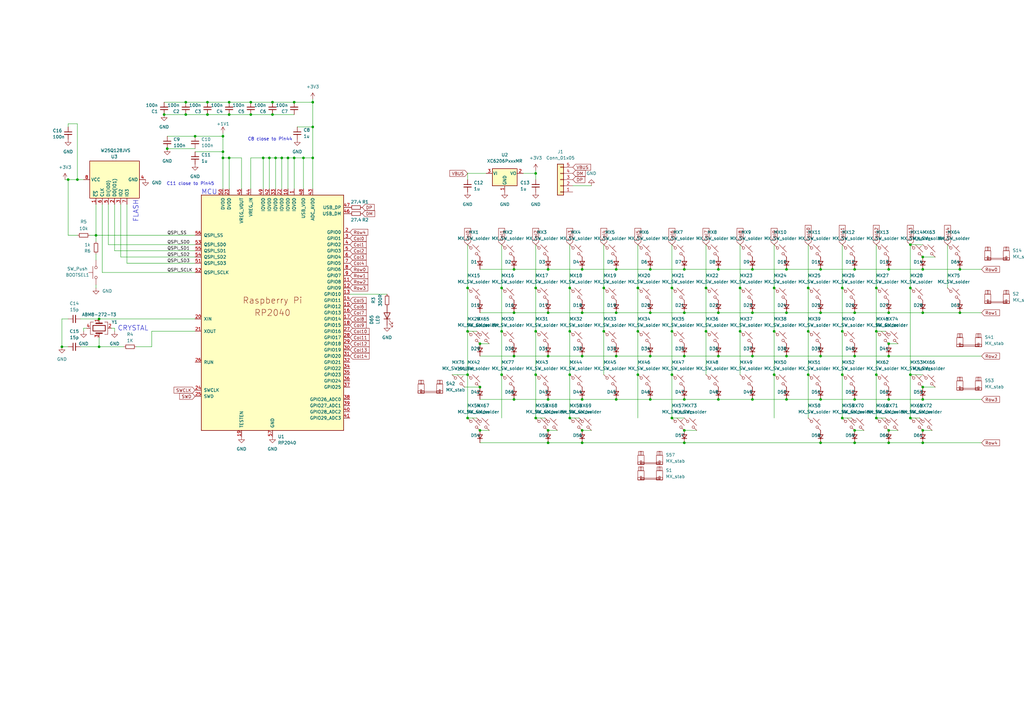
<source format=kicad_sch>
(kicad_sch (version 20231120) (generator "eeschema") (generator_version "8.0")
  (paper "A3")
  (junction (at 378.46 110.49))
  (junction (at 210.82 146.05))
  (junction (at 238.76 181.61))
  (junction (at 345.44 153.67))
  (junction (at 25.4 142.24))
  (junction (at 40.64 130.81))
  (junction (at 359.41 118.11))
  (junction (at 359.41 171.45))
  (junction (at 373.38 153.67))
  (junction (at 196.85 140.97))
  (junction (at 205.74 153.67))
  (junction (at 219.71 71.12))
  (junction (at 303.53 135.89))
  (junction (at 93.98 41.91))
  (junction (at 219.71 135.89))
  (junction (at 224.79 146.05))
  (junction (at 345.44 118.11))
  (junction (at 110.49 64.77))
  (junction (at 233.68 153.67))
  (junction (at 294.64 163.83))
  (junction (at 238.76 146.05))
  (junction (at 378.46 158.75))
  (junction (at 317.5 153.67))
  (junction (at 373.38 171.45))
  (junction (at 364.49 140.97))
  (junction (at 261.62 153.67))
  (junction (at 252.73 128.27))
  (junction (at 238.76 163.83))
  (junction (at 219.71 171.45))
  (junction (at 289.56 118.11))
  (junction (at 266.7 163.83))
  (junction (at 27.94 73.66))
  (junction (at 233.68 118.11))
  (junction (at 275.59 171.45))
  (junction (at 308.61 128.27))
  (junction (at 378.46 163.83))
  (junction (at 378.46 176.53))
  (junction (at 76.2 41.91))
  (junction (at 191.77 153.67))
  (junction (at 336.55 181.61))
  (junction (at 210.82 163.83))
  (junction (at 345.44 135.89))
  (junction (at 76.2 46.99))
  (junction (at 93.98 64.77))
  (junction (at 336.55 110.49))
  (junction (at 322.58 146.05))
  (junction (at 275.59 153.67))
  (junction (at 219.71 153.67))
  (junction (at 294.64 110.49))
  (junction (at 350.52 176.53))
  (junction (at 85.09 46.99))
  (junction (at 266.7 146.05))
  (junction (at 280.67 146.05))
  (junction (at 393.7 110.49))
  (junction (at 191.77 118.11))
  (junction (at 128.27 64.77))
  (junction (at 120.65 64.77))
  (junction (at 308.61 163.83))
  (junction (at 373.38 100.33))
  (junction (at 364.49 128.27))
  (junction (at 113.03 64.77))
  (junction (at 350.52 181.61))
  (junction (at 364.49 181.61))
  (junction (at 224.79 110.49))
  (junction (at 331.47 135.89))
  (junction (at 111.76 46.99))
  (junction (at 238.76 110.49))
  (junction (at 124.46 64.77))
  (junction (at 238.76 176.53))
  (junction (at 289.56 135.89))
  (junction (at 359.41 135.89))
  (junction (at 128.27 41.91))
  (junction (at 91.44 55.88))
  (junction (at 331.47 153.67))
  (junction (at 224.79 181.61))
  (junction (at 294.64 146.05))
  (junction (at 233.68 135.89))
  (junction (at 378.46 181.61))
  (junction (at 261.62 135.89))
  (junction (at 336.55 146.05))
  (junction (at 359.41 153.67))
  (junction (at 280.67 110.49))
  (junction (at 107.95 64.77))
  (junction (at 266.7 128.27))
  (junction (at 191.77 135.89))
  (junction (at 40.64 142.24))
  (junction (at 373.38 118.11))
  (junction (at 275.59 135.89))
  (junction (at 219.71 118.11))
  (junction (at 317.5 118.11))
  (junction (at 303.53 118.11))
  (junction (at 350.52 128.27))
  (junction (at 224.79 163.83))
  (junction (at 210.82 128.27))
  (junction (at 378.46 128.27))
  (junction (at 120.65 41.91))
  (junction (at 280.67 176.53))
  (junction (at 322.58 128.27))
  (junction (at 102.87 41.91))
  (junction (at 115.57 64.77))
  (junction (at 196.85 176.53))
  (junction (at 336.55 163.83))
  (junction (at 294.64 128.27))
  (junction (at 252.73 110.49))
  (junction (at 317.5 135.89))
  (junction (at 280.67 128.27))
  (junction (at 68.58 60.96))
  (junction (at 280.67 181.61))
  (junction (at 102.87 46.99))
  (junction (at 252.73 146.05))
  (junction (at 364.49 163.83))
  (junction (at 85.09 41.91))
  (junction (at 261.62 118.11))
  (junction (at 252.73 163.83))
  (junction (at 111.76 41.91))
  (junction (at 364.49 176.53))
  (junction (at 322.58 110.49))
  (junction (at 93.98 46.99))
  (junction (at 205.74 118.11))
  (junction (at 80.01 55.88))
  (junction (at 322.58 163.83))
  (junction (at 364.49 146.05))
  (junction (at 224.79 128.27))
  (junction (at 345.44 171.45))
  (junction (at 266.7 110.49))
  (junction (at 31.75 73.66))
  (junction (at 233.68 171.45))
  (junction (at 247.65 118.11))
  (junction (at 224.79 176.53))
  (junction (at 308.61 146.05))
  (junction (at 247.65 135.89))
  (junction (at 350.52 163.83))
  (junction (at 39.37 96.52))
  (junction (at 378.46 105.41))
  (junction (at 91.44 64.77))
  (junction (at 331.47 118.11))
  (junction (at 118.11 64.77))
  (junction (at 308.61 110.49))
  (junction (at 210.82 110.49))
  (junction (at 280.67 163.83))
  (junction (at 350.52 110.49))
  (junction (at 196.85 158.75))
  (junction (at 336.55 128.27))
  (junction (at 350.52 146.05))
  (junction (at 275.59 118.11))
  (junction (at 67.31 46.99))
  (junction (at 238.76 128.27))
  (junction (at 205.74 135.89))
  (junction (at 91.44 62.23))
  (junction (at 191.77 171.45))
  (junction (at 364.49 110.49))
  (junction (at 393.7 128.27))
  (junction (at 128.27 52.07))
  (wire (pts (xy 91.44 54.61) (xy 91.44 55.88)))
  (wire (pts (xy 143.51 120.65) (xy 158.75 120.65)))
  (wire (pts (xy 247.65 135.89) (xy 247.65 153.67)))
  (wire (pts (xy 261.62 135.89) (xy 261.62 153.67)))
  (wire (pts (xy 118.11 64.77) (xy 120.65 64.77)))
  (wire (pts (xy 336.55 146.05) (xy 350.52 146.05)))
  (wire (pts (xy 185.42 153.67) (xy 191.77 153.67)))
  (wire (pts (xy 196.85 140.97) (xy 200.66 140.97)))
  (wire (pts (xy 364.49 128.27) (xy 378.46 128.27)))
  (wire (pts (xy 266.7 146.05) (xy 280.67 146.05)))
  (wire (pts (xy 331.47 100.33) (xy 331.47 118.11)))
  (wire (pts (xy 317.5 118.11) (xy 317.5 135.89)))
  (wire (pts (xy 402.59 146.05) (xy 364.49 146.05)))
  (wire (pts (xy 345.44 171.45) (xy 349.25 171.45)))
  (wire (pts (xy 280.67 181.61) (xy 336.55 181.61)))
  (wire (pts (xy 345.44 135.89) (xy 345.44 153.67)))
  (wire (pts (xy 280.67 128.27) (xy 294.64 128.27)))
  (wire (pts (xy 350.52 163.83) (xy 364.49 163.83)))
  (wire (pts (xy 252.73 110.49) (xy 266.7 110.49)))
  (wire (pts (xy 76.2 41.91) (xy 67.31 41.91)))
  (wire (pts (xy 196.85 128.27) (xy 210.82 128.27)))
  (wire (pts (xy 252.73 128.27) (xy 266.7 128.27)))
  (wire (pts (xy 289.56 100.33) (xy 289.56 118.11)))
  (wire (pts (xy 191.77 135.89) (xy 191.77 153.67)))
  (wire (pts (xy 331.47 135.89) (xy 331.47 153.67)))
  (wire (pts (xy 85.09 41.91) (xy 76.2 41.91)))
  (wire (pts (xy 27.94 130.81) (xy 25.4 130.81)))
  (wire (pts (xy 233.68 118.11) (xy 233.68 135.89)))
  (wire (pts (xy 210.82 146.05) (xy 224.79 146.05)))
  (wire (pts (xy 128.27 52.07) (xy 128.27 64.77)))
  (wire (pts (xy 364.49 176.53) (xy 368.3 176.53)))
  (wire (pts (xy 331.47 153.67) (xy 331.47 171.45)))
  (wire (pts (xy 364.49 140.97) (xy 368.3 140.97)))
  (wire (pts (xy 275.59 118.11) (xy 275.59 135.89)))
  (wire (pts (xy 39.37 118.11) (xy 39.37 116.84)))
  (wire (pts (xy 317.5 135.89) (xy 317.5 153.67)))
  (wire (pts (xy 124.46 64.77) (xy 124.46 77.47)))
  (wire (pts (xy 196.85 146.05) (xy 210.82 146.05)))
  (wire (pts (xy 110.49 64.77) (xy 110.49 77.47)))
  (wire (pts (xy 25.4 142.24) (xy 27.94 142.24)))
  (wire (pts (xy 113.03 64.77) (xy 115.57 64.77)))
  (wire (pts (xy 238.76 146.05) (xy 252.73 146.05)))
  (wire (pts (xy 128.27 40.64) (xy 128.27 41.91)))
  (wire (pts (xy 294.64 163.83) (xy 308.61 163.83)))
  (wire (pts (xy 289.56 135.89) (xy 289.56 153.67)))
  (wire (pts (xy 210.82 163.83) (xy 224.79 163.83)))
  (wire (pts (xy 124.46 64.77) (xy 128.27 64.77)))
  (wire (pts (xy 39.37 99.06) (xy 39.37 96.52)))
  (wire (pts (xy 49.53 105.41) (xy 80.01 105.41)))
  (wire (pts (xy 373.38 100.33) (xy 373.38 118.11)))
  (wire (pts (xy 266.7 128.27) (xy 280.67 128.27)))
  (wire (pts (xy 93.98 64.77) (xy 91.44 64.77)))
  (wire (pts (xy 238.76 176.53) (xy 242.57 176.53)))
  (wire (pts (xy 350.52 181.61) (xy 364.49 181.61)))
  (wire (pts (xy 99.06 77.47) (xy 99.06 64.77)))
  (wire (pts (xy 364.49 163.83) (xy 378.46 163.83)))
  (wire (pts (xy 128.27 41.91) (xy 120.65 41.91)))
  (wire (pts (xy 128.27 64.77) (xy 128.27 77.47)))
  (wire (pts (xy 359.41 153.67) (xy 359.41 171.45)))
  (wire (pts (xy 31.75 73.66) (xy 34.29 73.66)))
  (wire (pts (xy 41.91 83.82) (xy 41.91 111.76)))
  (wire (pts (xy 80.01 55.88) (xy 68.58 55.88)))
  (wire (pts (xy 261.62 153.67) (xy 261.62 171.45)))
  (wire (pts (xy 266.7 110.49) (xy 280.67 110.49)))
  (wire (pts (xy 219.71 118.11) (xy 219.71 135.89)))
  (wire (pts (xy 238.76 110.49) (xy 252.73 110.49)))
  (wire (pts (xy 205.74 153.67) (xy 205.74 171.45)))
  (wire (pts (xy 373.38 153.67) (xy 378.46 153.67)))
  (wire (pts (xy 294.64 110.49) (xy 308.61 110.49)))
  (wire (pts (xy 196.85 163.83) (xy 210.82 163.83)))
  (wire (pts (xy 102.87 77.47) (xy 102.87 64.77)))
  (wire (pts (xy 373.38 153.67) (xy 373.38 171.45)))
  (wire (pts (xy 402.59 128.27) (xy 393.7 128.27)))
  (wire (pts (xy 331.47 118.11) (xy 331.47 135.89)))
  (wire (pts (xy 224.79 110.49) (xy 238.76 110.49)))
  (wire (pts (xy 238.76 163.83) (xy 252.73 163.83)))
  (wire (pts (xy 110.49 64.77) (xy 113.03 64.77)))
  (wire (pts (xy 336.55 181.61) (xy 350.52 181.61)))
  (wire (pts (xy 191.77 71.12) (xy 199.39 71.12)))
  (wire (pts (xy 62.23 135.89) (xy 80.01 135.89)))
  (wire (pts (xy 68.58 60.96) (xy 80.01 60.96)))
  (wire (pts (xy 33.02 130.81) (xy 40.64 130.81)))
  (wire (pts (xy 115.57 64.77) (xy 115.57 77.47)))
  (wire (pts (xy 26.67 73.66) (xy 27.94 73.66)))
  (wire (pts (xy 359.41 135.89) (xy 359.41 153.67)))
  (wire (pts (xy 280.67 110.49) (xy 294.64 110.49)))
  (wire (pts (xy 210.82 110.49) (xy 224.79 110.49)))
  (wire (pts (xy 224.79 146.05) (xy 238.76 146.05)))
  (wire (pts (xy 294.64 146.05) (xy 308.61 146.05)))
  (wire (pts (xy 219.71 100.33) (xy 219.71 118.11)))
  (wire (pts (xy 224.79 163.83) (xy 238.76 163.83)))
  (wire (pts (xy 224.79 128.27) (xy 238.76 128.27)))
  (wire (pts (xy 350.52 146.05) (xy 364.49 146.05)))
  (wire (pts (xy 359.41 135.89) (xy 363.22 135.89)))
  (wire (pts (xy 91.44 55.88) (xy 80.01 55.88)))
  (wire (pts (xy 91.44 62.23) (xy 91.44 64.77)))
  (wire (pts (xy 373.38 100.33) (xy 378.46 100.33)))
  (wire (pts (xy 45.72 134.62) (xy 46.99 134.62)))
  (wire (pts (xy 359.41 171.45) (xy 363.22 171.45)))
  (wire (pts (xy 275.59 153.67) (xy 275.59 171.45)))
  (wire (pts (xy 289.56 118.11) (xy 289.56 135.89)))
  (wire (pts (xy 191.77 171.45) (xy 195.58 171.45)))
  (wire (pts (xy 350.52 128.27) (xy 364.49 128.27)))
  (wire (pts (xy 214.63 71.12) (xy 219.71 71.12)))
  (wire (pts (xy 76.2 46.99) (xy 85.09 46.99)))
  (wire (pts (xy 303.53 118.11) (xy 303.53 135.89)))
  (wire (pts (xy 219.71 71.12) (xy 219.71 73.66)))
  (wire (pts (xy 224.79 176.53) (xy 228.6 176.53)))
  (wire (pts (xy 308.61 110.49) (xy 322.58 110.49)))
  (wire (pts (xy 275.59 100.33) (xy 275.59 118.11)))
  (wire (pts (xy 27.94 73.66) (xy 31.75 73.66)))
  (wire (pts (xy 40.64 130.81) (xy 80.01 130.81)))
  (wire (pts (xy 128.27 52.07) (xy 121.92 52.07)))
  (wire (pts (xy 102.87 64.77) (xy 107.95 64.77)))
  (wire (pts (xy 102.87 41.91) (xy 93.98 41.91)))
  (wire (pts (xy 91.44 62.23) (xy 80.01 62.23)))
  (wire (pts (xy 378.46 105.41) (xy 383.54 105.41)))
  (wire (pts (xy 46.99 102.87) (xy 80.01 102.87)))
  (wire (pts (xy 303.53 100.33) (xy 303.53 118.11)))
  (wire (pts (xy 275.59 135.89) (xy 275.59 153.67)))
  (wire (pts (xy 233.68 135.89) (xy 233.68 153.67)))
  (wire (pts (xy 36.83 96.52) (xy 39.37 96.52)))
  (wire (pts (xy 191.77 135.89) (xy 195.58 135.89)))
  (wire (pts (xy 115.57 64.77) (xy 118.11 64.77)))
  (wire (pts (xy 99.06 64.77) (xy 93.98 64.77)))
  (wire (pts (xy 219.71 153.67) (xy 219.71 171.45)))
  (wire (pts (xy 378.46 181.61) (xy 364.49 181.61)))
  (wire (pts (xy 44.45 100.33) (xy 80.01 100.33)))
  (wire (pts (xy 118.11 64.77) (xy 118.11 77.47)))
  (wire (pts (xy 120.65 64.77) (xy 124.46 64.77)))
  (wire (pts (xy 294.64 128.27) (xy 308.61 128.27)))
  (wire (pts (xy 93.98 46.99) (xy 102.87 46.99)))
  (wire (pts (xy 27.94 50.8) (xy 27.94 52.07)))
  (wire (pts (xy 275.59 171.45) (xy 280.67 171.45)))
  (wire (pts (xy 322.58 163.83) (xy 336.55 163.83)))
  (wire (pts (xy 317.5 153.67) (xy 317.5 171.45)))
  (wire (pts (xy 93.98 64.77) (xy 93.98 77.47)))
  (wire (pts (xy 44.45 83.82) (xy 44.45 100.33)))
  (wire (pts (xy 46.99 134.62) (xy 46.99 135.89)))
  (wire (pts (xy 350.52 176.53) (xy 354.33 176.53)))
  (wire (pts (xy 39.37 96.52) (xy 80.01 96.52)))
  (wire (pts (xy 261.62 118.11) (xy 261.62 135.89)))
  (wire (pts (xy 252.73 163.83) (xy 266.7 163.83)))
  (wire (pts (xy 27.94 50.8) (xy 31.75 50.8)))
  (wire (pts (xy 111.76 41.91) (xy 102.87 41.91)))
  (wire (pts (xy 402.59 181.61) (xy 378.46 181.61)))
  (wire (pts (xy 40.64 138.43) (xy 40.64 142.24)))
  (wire (pts (xy 308.61 146.05) (xy 322.58 146.05)))
  (wire (pts (xy 39.37 104.14) (xy 39.37 106.68)))
  (wire (pts (xy 219.71 135.89) (xy 219.71 153.67)))
  (wire (pts (xy 196.85 181.61) (xy 224.79 181.61)))
  (wire (pts (xy 41.91 111.76) (xy 80.01 111.76)))
  (wire (pts (xy 93.98 41.91) (xy 85.09 41.91)))
  (wire (pts (xy 238.76 181.61) (xy 280.67 181.61)))
  (wire (pts (xy 191.77 153.67) (xy 191.77 171.45)))
  (wire (pts (xy 67.31 46.99) (xy 76.2 46.99)))
  (wire (pts (xy 322.58 146.05) (xy 336.55 146.05)))
  (wire (pts (xy 25.4 130.81) (xy 25.4 142.24)))
  (wire (pts (xy 247.65 100.33) (xy 247.65 118.11)))
  (wire (pts (xy 247.65 118.11) (xy 247.65 135.89)))
  (wire (pts (xy 378.46 176.53) (xy 382.27 176.53)))
  (wire (pts (xy 322.58 110.49) (xy 336.55 110.49)))
  (wire (pts (xy 359.41 100.33) (xy 359.41 118.11)))
  (wire (pts (xy 34.29 134.62) (xy 34.29 135.89)))
  (wire (pts (xy 393.7 110.49) (xy 378.46 110.49)))
  (wire (pts (xy 322.58 128.27) (xy 336.55 128.27)))
  (wire (pts (xy 402.59 110.49) (xy 393.7 110.49)))
  (wire (pts (xy 27.94 96.52) (xy 31.75 96.52)))
  (wire (pts (xy 205.74 118.11) (xy 205.74 135.89)))
  (wire (pts (xy 210.82 128.27) (xy 224.79 128.27)))
  (wire (pts (xy 308.61 163.83) (xy 322.58 163.83)))
  (wire (pts (xy 205.74 135.89) (xy 205.74 153.67)))
  (wire (pts (xy 350.52 110.49) (xy 364.49 110.49)))
  (wire (pts (xy 39.37 96.52) (xy 39.37 83.82)))
  (wire (pts (xy 128.27 41.91) (xy 128.27 52.07)))
  (wire (pts (xy 308.61 128.27) (xy 322.58 128.27)))
  (wire (pts (xy 233.68 153.67) (xy 233.68 171.45)))
  (wire (pts (xy 191.77 100.33) (xy 191.77 118.11)))
  (wire (pts (xy 378.46 163.83) (xy 402.59 163.83)))
  (wire (pts (xy 261.62 100.33) (xy 261.62 118.11)))
  (wire (pts (xy 113.03 64.77) (xy 113.03 77.47)))
  (wire (pts (xy 219.71 171.45) (xy 223.52 171.45)))
  (wire (pts (xy 52.07 107.95) (xy 80.01 107.95)))
  (wire (pts (xy 345.44 118.11) (xy 345.44 135.89)))
  (wire (pts (xy 111.76 46.99) (xy 120.65 46.99)))
  (wire (pts (xy 120.65 64.77) (xy 120.65 77.47)))
  (wire (pts (xy 345.44 100.33) (xy 345.44 118.11)))
  (wire (pts (xy 280.67 163.83) (xy 294.64 163.83)))
  (wire (pts (xy 40.64 142.24) (xy 50.8 142.24)))
  (wire (pts (xy 52.07 83.82) (xy 52.07 107.95)))
  (wire (pts (xy 85.09 46.99) (xy 93.98 46.99)))
  (wire (pts (xy 303.53 135.89) (xy 303.53 153.67)))
  (wire (pts (xy 107.95 64.77) (xy 107.95 77.47)))
  (wire (pts (xy 191.77 71.12) (xy 191.77 73.66)))
  (wire (pts (xy 233.68 171.45) (xy 237.49 171.45)))
  (wire (pts (xy 27.94 96.52) (xy 27.94 73.66)))
  (wire (pts (xy 191.77 118.11) (xy 191.77 135.89)))
  (wire (pts (xy 238.76 128.27) (xy 252.73 128.27)))
  (wire (pts (xy 393.7 128.27) (xy 378.46 128.27)))
  (wire (pts (xy 234.95 76.2) (xy 242.57 76.2)))
  (wire (pts (xy 35.56 134.62) (xy 34.29 134.62)))
  (wire (pts (xy 224.79 181.61) (xy 238.76 181.61)))
  (wire (pts (xy 336.55 128.27) (xy 350.52 128.27)))
  (wire (pts (xy 120.65 41.91) (xy 111.76 41.91)))
  (wire (pts (xy 91.44 64.77) (xy 91.44 77.47)))
  (wire (pts (xy 359.41 118.11) (xy 359.41 135.89)))
  (wire (pts (xy 205.74 100.33) (xy 205.74 118.11)))
  (wire (pts (xy 196.85 110.49) (xy 210.82 110.49)))
  (wire (pts (xy 266.7 163.83) (xy 280.67 163.83)))
  (wire (pts (xy 280.67 176.53) (xy 285.75 176.53)))
  (wire (pts (xy 196.85 176.53) (xy 200.66 176.53)))
  (wire (pts (xy 252.73 146.05) (xy 266.7 146.05)))
  (wire (pts (xy 49.53 83.82) (xy 49.53 105.41)))
  (wire (pts (xy 190.5 158.75) (xy 196.85 158.75)))
  (wire (pts (xy 336.55 163.83) (xy 350.52 163.83)))
  (wire (pts (xy 336.55 110.49) (xy 350.52 110.49)))
  (wire (pts (xy 219.71 69.85) (xy 219.71 71.12)))
  (wire (pts (xy 378.46 158.75) (xy 383.54 158.75)))
  (wire (pts (xy 233.68 100.33) (xy 233.68 118.11)))
  (wire (pts (xy 317.5 100.33) (xy 317.5 118.11)))
  (wire (pts (xy 62.23 142.24) (xy 62.23 135.89)))
  (wire (pts (xy 91.44 55.88) (xy 91.44 62.23)))
  (wire (pts (xy 345.44 153.67) (xy 345.44 171.45)))
  (wire (pts (xy 373.38 118.11) (xy 373.38 153.67)))
  (wire (pts (xy 373.38 171.45) (xy 377.19 171.45)))
  (wire (pts (xy 55.88 142.24) (xy 62.23 142.24)))
  (wire (pts (xy 388.62 100.33) (xy 388.62 118.11)))
  (wire (pts (xy 46.99 83.82) (xy 46.99 102.87)))
  (wire (pts (xy 107.95 64.77) (xy 110.49 64.77)))
  (wire (pts (xy 31.75 73.66) (xy 31.75 50.8)))
  (wire (pts (xy 40.64 142.24) (xy 33.02 142.24)))
  (wire (pts (xy 280.67 146.05) (xy 294.64 146.05)))
  (wire (pts (xy 102.87 46.99) (xy 111.76 46.99)))
  (wire (pts (xy 364.49 110.49) (xy 378.46 110.49)))
  (text "C11 close to Pin45\n" (at 68.326 76.2 0) (effects (font (size 1.3 1.3)) (justify left bottom)))
  (text "MCU" (at 82.55 80.01 0) (effects (font (size 2 2)) (justify left bottom)))
  (text "CRYSTAL\n" (at 48.26 135.89 0) (effects (font (size 2 2)) (justify left bottom)))
  (text "C8 close to Pin44\n" (at 101.6 57.912 0) (effects (font (size 1.3 1.3)) (justify left bottom)))
  (text "FLASH" (at 56.896 91.186 90) (effects (font (size 2 2)) (justify left bottom)))
  (label "QSPI_SS" (at 68.58 96.52 0))
  (label "QSPI_SD1" (at 68.58 102.87 0))
  (label "QSPI_SCLK" (at 68.58 111.76 0))
  (label "QSPI_SD2" (at 68.58 105.41 0))
  (label "QSPI_SD0" (at 68.58 100.33 0))
  (label "QSPI_SD3" (at 68.58 107.95 0))
  (global_label "Col2" (shape input) (at 143.51 102.87 0) (property "Intersheetrefs" "${INTERSHEET_REFS}" (effects (hide yes))))
  (global_label "Col1" (shape input) (at 143.51 100.33 0) (property "Intersheetrefs" "${INTERSHEET_REFS}" (effects (hide yes))))
  (global_label "Row3" (shape input) (at 402.59 163.83 0) (property "Intersheetrefs" "${INTERSHEET_REFS}" (effects (hide yes))))
  (global_label "Row4" (shape input) (at 402.59 181.61 0) (property "Intersheetrefs" "${INTERSHEET_REFS}" (effects (hide yes))))
  (global_label "Col5" (shape input) (at 143.51 123.19 0) (property "Intersheetrefs" "${INTERSHEET_REFS}" (effects (hide yes))))
  (global_label "Col3" (shape input) (at 143.51 105.41 0) (property "Intersheetrefs" "${INTERSHEET_REFS}" (effects (hide yes))))
  (global_label "Col11" (shape input) (at 143.51 138.43 0) (property "Intersheetrefs" "${INTERSHEET_REFS}" (effects (hide yes))))
  (global_label "Col13" (shape input) (at 373.38 100.33 90) (property "Intersheetrefs" "${INTERSHEET_REFS}" (effects (hide yes))))
  (global_label "Col3" (shape input) (at 233.68 100.33 90) (property "Intersheetrefs" "${INTERSHEET_REFS}" (effects (hide yes))))
  (global_label "Col2" (shape input) (at 219.71 100.33 90) (property "Intersheetrefs" "${INTERSHEET_REFS}" (effects (hide yes))))
  (global_label "DP" (shape input) (at 234.95 73.66 0) (property "Intersheetrefs" "${INTERSHEET_REFS}" (effects (hide yes))))
  (global_label "SWD" (shape input) (at 80.01 162.56 180) (property "Intersheetrefs" "${INTERSHEET_REFS}" (effects (hide yes))))
  (global_label "Col1" (shape input) (at 205.74 100.33 90) (property "Intersheetrefs" "${INTERSHEET_REFS}" (effects (hide yes))))
  (global_label "Col4" (shape input) (at 143.51 107.95 0) (property "Intersheetrefs" "${INTERSHEET_REFS}" (effects (hide yes))))
  (global_label "Col13" (shape input) (at 143.51 143.51 0) (property "Intersheetrefs" "${INTERSHEET_REFS}" (effects (hide yes))))
  (global_label "Col4" (shape input) (at 247.65 100.33 90) (property "Intersheetrefs" "${INTERSHEET_REFS}" (effects (hide yes))))
  (global_label "Col7" (shape input) (at 143.51 128.27 0) (property "Intersheetrefs" "${INTERSHEET_REFS}" (effects (hide yes))))
  (global_label "DP" (shape input) (at 148.59 85.09 0) (property "Intersheetrefs" "${INTERSHEET_REFS}" (effects (hide yes))))
  (global_label "Col8" (shape input) (at 143.51 130.81 0) (property "Intersheetrefs" "${INTERSHEET_REFS}" (effects (hide yes))))
  (global_label "Col0" (shape input) (at 191.77 100.33 90) (property "Intersheetrefs" "${INTERSHEET_REFS}" (effects (hide yes))))
  (global_label "VBUS" (shape input) (at 234.95 68.58 0) (property "Intersheetrefs" "${INTERSHEET_REFS}" (effects (hide yes))))
  (global_label "Row0" (shape input) (at 143.51 110.49 0) (property "Intersheetrefs" "${INTERSHEET_REFS}" (effects (hide yes))))
  (global_label "Col6" (shape input) (at 275.59 100.33 90) (property "Intersheetrefs" "${INTERSHEET_REFS}" (effects (hide yes))))
  (global_label "Col0" (shape input) (at 143.51 97.79 0) (property "Intersheetrefs" "${INTERSHEET_REFS}" (effects (hide yes))))
  (global_label "Col14" (shape input) (at 388.62 100.33 90) (property "Intersheetrefs" "${INTERSHEET_REFS}" (effects (hide yes))))
  (global_label "Row3" (shape input) (at 143.51 118.11 0) (property "Intersheetrefs" "${INTERSHEET_REFS}" (effects (hide yes))))
  (global_label "Col7" (shape input) (at 289.56 100.33 90) (property "Intersheetrefs" "${INTERSHEET_REFS}" (effects (hide yes))))
  (global_label "VBUS" (shape input) (at 191.77 71.12 180) (property "Intersheetrefs" "${INTERSHEET_REFS}" (effects (hide yes))))
  (global_label "Col6" (shape input) (at 143.51 125.73 0) (property "Intersheetrefs" "${INTERSHEET_REFS}" (effects (hide yes))))
  (global_label "SWCLK" (shape input) (at 80.01 160.02 180) (property "Intersheetrefs" "${INTERSHEET_REFS}" (effects (hide yes))))
  (global_label "Row2" (shape input) (at 143.51 115.57 0) (property "Intersheetrefs" "${INTERSHEET_REFS}" (effects (hide yes))))
  (global_label "Col10" (shape input) (at 143.51 135.89 0) (property "Intersheetrefs" "${INTERSHEET_REFS}" (effects (hide yes))))
  (global_label "Col11" (shape input) (at 345.44 100.33 90) (property "Intersheetrefs" "${INTERSHEET_REFS}" (effects (hide yes))))
  (global_label "Col9" (shape input) (at 317.5 100.33 90) (property "Intersheetrefs" "${INTERSHEET_REFS}" (effects (hide yes))))
  (global_label "Col12" (shape input) (at 143.51 140.97 0) (property "Intersheetrefs" "${INTERSHEET_REFS}" (effects (hide yes))))
  (global_label "Col9" (shape input) (at 143.51 133.35 0) (property "Intersheetrefs" "${INTERSHEET_REFS}" (effects (hide yes))))
  (global_label "Col5" (shape input) (at 261.62 100.33 90) (property "Intersheetrefs" "${INTERSHEET_REFS}" (effects (hide yes))))
  (global_label "DM" (shape input) (at 148.59 87.63 0) (property "Intersheetrefs" "${INTERSHEET_REFS}" (effects (hide yes))))
  (global_label "Row1" (shape input) (at 143.51 113.03 0) (property "Intersheetrefs" "${INTERSHEET_REFS}" (effects (hide yes))))
  (global_label "Col8" (shape input) (at 303.53 100.33 90) (property "Intersheetrefs" "${INTERSHEET_REFS}" (effects (hide yes))))
  (global_label "Row4" (shape input) (at 143.51 95.25 0) (property "Intersheetrefs" "${INTERSHEET_REFS}" (effects (hide yes))))
  (global_label "DM" (shape input) (at 234.95 71.12 0) (property "Intersheetrefs" "${INTERSHEET_REFS}" (effects (hide yes))))
  (global_label "Col10" (shape input) (at 331.47 100.33 90) (property "Intersheetrefs" "${INTERSHEET_REFS}" (effects (hide yes))))
  (global_label "Row0" (shape input) (at 402.59 110.49 0) (property "Intersheetrefs" "${INTERSHEET_REFS}" (effects (hide yes))))
  (global_label "Row1" (shape input) (at 402.59 128.27 0) (property "Intersheetrefs" "${INTERSHEET_REFS}" (effects (hide yes))))
  (global_label "Col12" (shape input) (at 359.41 100.33 90) (property "Intersheetrefs" "${INTERSHEET_REFS}" (effects (hide yes))))
  (global_label "Row2" (shape input) (at 402.59 146.05 0) (property "Intersheetrefs" "${INTERSHEET_REFS}" (effects (hide yes))))
  (global_label "Col14" (shape input) (at 143.51 146.05 0) (property "Intersheetrefs" "${INTERSHEET_REFS}" (effects (hide yes))))
  (symbol (lib_id "marbastlib-mx:MX_SW_solder") (at 236.22 173.99 0) (unit 1)
    (property "Reference" "MX56" (at 236.22 166.37 0))
    (property "Value" "MX_SW_solder" (at 236.22 168.91 0))
    (property "Footprint" "ScottoKeebs_MX:MX_PCB_1.00u_NoSilkscreen3" (effects (hide yes)))
    (property "Description" "Push button switch, normally open, two pins, 45° tilted" (effects (hide yes)))
  )
  (symbol (lib_id "Device:D_Small") (at 322.58 107.95 90) (unit 1)
    (property "Reference" "D10" (at 318.77 107.442 90) (effects (justify right)))
    (property "Value" "D_Small" (effects (hide yes)))
    (property "Footprint" "ScottoKeebs_Components:Diode_SOD-123_noref" (effects (hide yes)))
    (property "Description" "Diode, small symbol" (effects (hide yes)))
    (property "Sim.Device" "D" (effects (hide yes)))
    (property "Sim.Pins" "1=K 2=A" (effects (hide yes)))
  )
  (symbol (lib_id "marbastlib-mx:MX_SW_solder") (at 320.04 120.65 0) (unit 1)
    (property "Reference" "MX24" (at 320.04 113.03 0))
    (property "Value" "MX_SW_solder" (at 320.04 115.57 0))
    (property "Footprint" "ScottoKeebs_MX:MX_PCB_1.00u_NoSilkscreen3" (effects (hide yes)))
    (property "Description" "Push button switch, normally open, two pins, 45° tilted" (effects (hide yes)))
  )
  (symbol (lib_id "Device:D_Small") (at 364.49 161.29 90) (unit 1)
    (property "Reference" "D62" (at 360.68 160.782 90) (effects (justify right)))
    (property "Value" "D_Small" (effects (hide yes)))
    (property "Footprint" "ScottoKeebs_Components:Diode_SOD-123_noref" (effects (hide yes)))
    (property "Description" "Diode, small symbol" (effects (hide yes)))
    (property "Sim.Device" "D" (effects (hide yes)))
    (property "Sim.Pins" "1=K 2=A" (effects (hide yes)))
  )
  (symbol (lib_id "power:GND") (at 219.71 78.74 0) (unit 1)
    (property "Reference" "#PWR013" (effects (hide yes)))
    (property "Value" "GND" (at 219.71 83.82 0))
  )
  (symbol (lib_id "marbastlib-mx:MX_stab") (at 176.53 158.75 0) (unit 1)
    (property "Reference" "S42" (at 182.88 157.3529 0) (effects (justify left)))
    (property "Value" "MX_stab" (at 182.88 159.8929 0) (effects (justify left)))
    (property "Footprint" "ScottoKeebs_Stabilizer:Stabilizer_MX_2.00u" (effects (hide yes)))
    (property "Description" "Cherry MX-style stabilizer" (effects (hide yes)))
  )
  (symbol (lib_id "marbastlib-mx:MX_SW_solder") (at 347.98 173.99 0) (unit 1)
    (property "Reference" "MX59" (at 347.98 166.37 0))
    (property "Value" "MX_SW_solder" (at 347.98 168.91 0))
    (property "Footprint" "ScottoKeebs_MX:MX_PCB_1.00u_NoSilkscreen3" (effects (hide yes)))
    (property "Description" "Push button switch, normally open, two pins, 45° tilted" (effects (hide yes)))
  )
  (symbol (lib_id "Device:C_Small") (at 80.01 64.77 0) (unit 1)
    (property "Reference" "C11" (at 82.55 63.5063 0) (effects (justify left)))
    (property "Value" "1u" (at 82.55 66.0463 0) (effects (justify left)))
    (property "Footprint" "Capacitor_SMD:C_0805_2012Metric" (effects (hide yes)))
  )
  (symbol (lib_id "marbastlib-mx:MX_SW_solder") (at 347.98 138.43 0) (unit 1)
    (property "Reference" "MX40" (at 347.98 130.81 0))
    (property "Value" "MX_SW_solder" (at 347.98 133.35 0))
    (property "Footprint" "ScottoKeebs_MX:MX_PCB_1.00u_NoSilkscreen3" (effects (hide yes)))
    (property "Description" "Push button switch, normally open, two pins, 45° tilted" (effects (hide yes)))
  )
  (symbol (lib_id "Device:C_Small") (at 68.58 58.42 0) (unit 1)
    (property "Reference" "C9" (at 71.12 57.1563 0) (effects (justify left)))
    (property "Value" "100n" (at 71.12 59.6963 0) (effects (justify left)))
    (property "Footprint" "Capacitor_SMD:C_0805_2012Metric" (effects (hide yes)))
  )
  (symbol (lib_id "Device:D_Small") (at 252.73 161.29 90) (unit 1)
    (property "Reference" "D45" (at 248.92 160.782 90) (effects (justify right)))
    (property "Value" "D_Small" (effects (hide yes)))
    (property "Footprint" "ScottoKeebs_Components:Diode_SOD-123_noref" (effects (hide yes)))
    (property "Description" "Diode, small symbol" (effects (hide yes)))
    (property "Sim.Device" "D" (effects (hide yes)))
    (property "Sim.Pins" "1=K 2=A" (effects (hide yes)))
  )
  (symbol (lib_id "Device:D_Small") (at 336.55 161.29 90) (unit 1)
    (property "Reference" "D51" (at 332.74 160.782 90) (effects (justify right)))
    (property "Value" "D_Small" (effects (hide yes)))
    (property "Footprint" "ScottoKeebs_Components:Diode_SOD-123_noref" (effects (hide yes)))
    (property "Description" "Diode, small symbol" (effects (hide yes)))
    (property "Sim.Device" "D" (effects (hide yes)))
    (property "Sim.Pins" "1=K 2=A" (effects (hide yes)))
  )
  (symbol (lib_id "marbastlib-mx:MX_SW_solder") (at 334.01 102.87 0) (unit 1)
    (property "Reference" "MX11" (at 334.01 95.25 0))
    (property "Value" "MX_SW_solder" (at 334.01 97.79 0))
    (property "Footprint" "ScottoKeebs_MX:MX_PCB_1.00u_NoSilkscreen3" (effects (hide yes)))
    (property "Description" "Push button switch, normally open, two pins, 45° tilted" (effects (hide yes)))
  )
  (symbol (lib_id "Device:C_Small") (at 93.98 44.45 180) (unit 1)
    (property "Reference" "C4" (at 91.44 45.7137 0) (effects (justify left)))
    (property "Value" "100n" (at 91.44 43.1737 0) (effects (justify left)))
    (property "Footprint" "Capacitor_SMD:C_0805_2012Metric" (effects (hide yes)))
  )
  (symbol (lib_id "marbastlib-mx:MX_SW_solder") (at 379.73 173.99 0) (unit 1)
    (property "Reference" "MX72" (at 379.73 166.37 0))
    (property "Value" "MX_SW_solder" (at 379.73 168.91 0))
    (property "Footprint" "ScottoKeebs_MX:MX_PCB_1.00u_NoSilkscreen3" (effects (hide yes)))
    (property "Description" "Push button switch, normally open, two pins, 45° tilted" (effects (hide yes)))
  )
  (symbol (lib_id "marbastlib-mx:MX_SW_solder") (at 365.76 138.43 0) (unit 1)
    (property "Reference" "MX74" (at 365.76 130.81 0))
    (property "Value" "MX_SW_solder" (at 365.76 133.35 0))
    (property "Footprint" "ScottoKeebs_MX:MX_PCB_1.00u_NoSilkscreen3" (effects (hide yes)))
    (property "Description" "Push button switch, normally open, two pins, 45° tilted" (effects (hide yes)))
  )
  (symbol (lib_id "Device:D_Small") (at 308.61 161.29 90) (unit 1)
    (property "Reference" "D49" (at 304.8 160.782 90) (effects (justify right)))
    (property "Value" "D_Small" (effects (hide yes)))
    (property "Footprint" "ScottoKeebs_Components:Diode_SOD-123_noref" (effects (hide yes)))
    (property "Description" "Diode, small symbol" (effects (hide yes)))
    (property "Sim.Device" "D" (effects (hide yes)))
    (property "Sim.Pins" "1=K 2=A" (effects (hide yes)))
  )
  (symbol (lib_id "marbastlib-mx:MX_SW_solder") (at 381 102.87 0) (unit 1)
    (property "Reference" "MX63" (at 381 95.25 0))
    (property "Value" "MX_SW_solder" (at 381 97.79 0))
    (property "Footprint" "ScottoKeebs_MX:MX_PCB_1.00u_NoSilkscreen3" (effects (hide yes)))
    (property "Description" "Push button switch, normally open, two pins, 45° tilted" (effects (hide yes)))
  )
  (symbol (lib_id "marbastlib-mx:MX_stab") (at 397.51 139.7 0) (unit 1)
    (property "Reference" "S41" (at 403.86 138.3029 0) (effects (justify left)))
    (property "Value" "MX_stab" (at 403.86 140.8429 0) (effects (justify left)))
    (property "Footprint" "ScottoKeebs_Stabilizer:Stabilizer_MX_2.00u" (effects (hide yes)))
    (property "Description" "Cherry MX-style stabilizer" (effects (hide yes)))
  )
  (symbol (lib_id "marbastlib-mx:MX_SW_solder") (at 250.19 102.87 0) (unit 1)
    (property "Reference" "MX5" (at 250.19 95.25 0))
    (property "Value" "MX_SW_solder" (at 250.19 97.79 0))
    (property "Footprint" "ScottoKeebs_MX:MX_PCB_1.00u_NoSilkscreen3" (effects (hide yes)))
    (property "Description" "Push button switch, normally open, two pins, 45° tilted" (effects (hide yes)))
  )
  (symbol (lib_id "marbastlib-mx:MX_SW_solder") (at 250.19 138.43 0) (unit 1)
    (property "Reference" "MX33" (at 250.19 130.81 0))
    (property "Value" "MX_SW_solder" (at 250.19 133.35 0))
    (property "Footprint" "ScottoKeebs_MX:MX_PCB_1.00u_NoSilkscreen3" (effects (hide yes)))
    (property "Description" "Push button switch, normally open, two pins, 45° tilted" (effects (hide yes)))
  )
  (symbol (lib_id "power:GND") (at 99.06 179.07 0) (unit 1)
    (property "Reference" "#PWR08" (effects (hide yes)))
    (property "Value" "GND" (at 99.06 184.15 0))
  )
  (symbol (lib_id "power:GND") (at 242.57 76.2 0) (mirror x) (unit 1)
    (property "Reference" "#PWR024" (effects (hide yes)))
    (property "Value" "GND" (at 242.57 71.12 0))
  )
  (symbol (lib_id "Device:C_Small") (at 102.87 44.45 180) (unit 1)
    (property "Reference" "C5" (at 100.33 45.7137 0) (effects (justify left)))
    (property "Value" "100n" (at 100.33 43.1737 0) (effects (justify left)))
    (property "Footprint" "Capacitor_SMD:C_0805_2012Metric" (effects (hide yes)))
  )
  (symbol (lib_id "Device:C_Small") (at 76.2 44.45 180) (unit 1)
    (property "Reference" "C2" (at 73.66 45.7137 0) (effects (justify left)))
    (property "Value" "100n" (at 73.66 43.1737 0) (effects (justify left)))
    (property "Footprint" "Capacitor_SMD:C_0805_2012Metric" (effects (hide yes)))
  )
  (symbol (lib_id "marbastlib-mx:MX_SW_solder") (at 187.96 156.21 0) (unit 1)
    (property "Reference" "MX76" (at 187.96 148.59 0))
    (property "Value" "MX_SW_solder" (at 187.96 151.13 0))
    (property "Footprint" "ScottoKeebs_MX:MX_PCB_1.00u_NoSilkscreen3" (effects (hide yes)))
    (property "Description" "Push button switch, normally open, two pins, 45° tilted" (effects (hide yes)))
  )
  (symbol (lib_id "Device:D_Small") (at 336.55 107.95 90) (unit 1)
    (property "Reference" "D11" (at 332.74 107.442 90) (effects (justify right)))
    (property "Value" "D_Small" (effects (hide yes)))
    (property "Footprint" "ScottoKeebs_Components:Diode_SOD-123_noref" (effects (hide yes)))
    (property "Description" "Diode, small symbol" (effects (hide yes)))
    (property "Sim.Device" "D" (effects (hide yes)))
    (property "Sim.Pins" "1=K 2=A" (effects (hide yes)))
  )
  (symbol (lib_id "power:GND") (at 80.01 67.31 0) (unit 1)
    (property "Reference" "#PWR06" (effects (hide yes)))
    (property "Value" "GND" (at 80.01 72.39 0))
  )
  (symbol (lib_id "Device:D_Small") (at 378.46 161.29 90) (unit 1)
    (property "Reference" "D53" (at 374.65 160.782 90) (effects (justify right)))
    (property "Value" "D_Small" (effects (hide yes)))
    (property "Footprint" "ScottoKeebs_Components:Diode_SOD-123_noref" (effects (hide yes)))
    (property "Description" "Diode, small symbol" (effects (hide yes)))
    (property "Sim.Device" "D" (effects (hide yes)))
    (property "Sim.Pins" "1=K 2=A" (effects (hide yes)))
  )
  (symbol (lib_id "Device:D_Small") (at 280.67 179.07 90) (unit 1)
    (property "Reference" "D57" (at 276.86 178.562 90) (effects (justify right)))
    (property "Value" "D_Small" (effects (hide yes)))
    (property "Footprint" "ScottoKeebs_Components:Diode_SOD-123_noref" (effects (hide yes)))
    (property "Description" "Diode, small symbol" (effects (hide yes)))
    (property "Sim.Device" "D" (effects (hide yes)))
    (property "Sim.Pins" "1=K 2=A" (effects (hide yes)))
  )
  (symbol (lib_id "marbastlib-mx:MX_SW_solder") (at 320.04 138.43 0) (unit 1)
    (property "Reference" "MX38" (at 320.04 130.81 0))
    (property "Value" "MX_SW_solder" (at 320.04 133.35 0))
    (property "Footprint" "ScottoKeebs_MX:MX_PCB_1.00u_NoSilkscreen3" (effects (hide yes)))
    (property "Description" "Push button switch, normally open, two pins, 45° tilted" (effects (hide yes)))
  )
  (symbol (lib_id "marbastlib-mx:MX_SW_solder") (at 194.31 156.21 0) (unit 1)
    (property "Reference" "MX42" (at 194.31 148.59 0))
    (property "Value" "MX_SW_solder" (at 194.31 151.13 0))
    (property "Footprint" "ScottoKeebs_MX:MX_PCB_1.00u_NoSilkscreen3" (effects (hide yes)))
    (property "Description" "Push button switch, normally open, two pins, 45° tilted" (effects (hide yes)))
  )
  (symbol (lib_id "marbastlib-mx:MX_SW_solder") (at 226.06 173.99 0) (unit 1)
    (property "Reference" "MX68" (at 226.06 166.37 0))
    (property "Value" "MX_SW_solder" (at 226.06 168.91 0))
    (property "Footprint" "ScottoKeebs_MX:MX_PCB_1.00u_NoSilkscreen3" (effects (hide yes)))
    (property "Description" "Push button switch, normally open, two pins, 45° tilted" (effects (hide yes)))
  )
  (symbol (lib_id "marbastlib-mx:MX_SW_solder") (at 198.12 173.99 0) (unit 1)
    (property "Reference" "MX67" (at 198.12 166.37 0))
    (property "Value" "MX_SW_solder" (at 198.12 168.91 0))
    (property "Footprint" "ScottoKeebs_MX:MX_PCB_1.00u_NoSilkscreen3" (effects (hide yes)))
    (property "Description" "Push button switch, normally open, two pins, 45° tilted" (effects (hide yes)))
  )
  (symbol (lib_id "marbastlib-mx:MX_SW_solder") (at 194.31 120.65 0) (unit 1)
    (property "Reference" "MX15" (at 194.31 113.03 0))
    (property "Value" "MX_SW_solder" (at 194.31 115.57 0))
    (property "Footprint" "ScottoKeebs_MX:MX_PCB_1.00u_NoSilkscreen3" (effects (hide yes)))
    (property "Description" "Push button switch, normally open, two pins, 45° tilted" (effects (hide yes)))
  )
  (symbol (lib_id "marbastlib-mx:MX_SW_solder") (at 391.16 102.87 0) (unit 1)
    (property "Reference" "MX64" (at 391.16 95.25 0))
    (property "Value" "MX_SW_solder" (at 391.16 97.79 0))
    (property "Footprint" "ScottoKeebs_MX:MX_PCB_1.00u_NoSilkscreen3" (effects (hide yes)))
    (property "Description" "Push button switch, normally open, two pins, 45° tilted" (effects (hide yes)))
  )
  (symbol (lib_id "marbastlib-mx:MX_SW_solder") (at 222.25 120.65 0) (unit 1)
    (property "Reference" "MX17" (at 222.25 113.03 0))
    (property "Value" "MX_SW_solder" (at 222.25 115.57 0))
    (property "Footprint" "ScottoKeebs_MX:MX_PCB_1.00u_NoSilkscreen3" (effects (hide yes)))
    (property "Description" "Push button switch, normally open, two pins, 45° tilted" (effects (hide yes)))
  )
  (symbol (lib_id "power:GND") (at 111.76 179.07 0) (unit 1)
    (property "Reference" "#PWR09" (effects (hide yes)))
    (property "Value" "GND" (at 111.76 184.15 0))
  )
  (symbol (lib_id "marbastlib-mx:MX_SW_solder") (at 222.25 173.99 0) (unit 1)
    (property "Reference" "MX55" (at 222.25 166.37 0))
    (property "Value" "MX_SW_solder" (at 222.25 168.91 0))
    (property "Footprint" "ScottoKeebs_MX:MX_PCB_1.00u_NoSilkscreen3" (effects (hide yes)))
    (property "Description" "Push button switch, normally open, two pins, 45° tilted" (effects (hide yes)))
  )
  (symbol (lib_id "Device:D_Small") (at 196.85 107.95 90) (unit 1)
    (property "Reference" "D1" (at 193.04 107.442 90) (effects (justify right)))
    (property "Value" "D_Small" (effects (hide yes)))
    (property "Footprint" "ScottoKeebs_Components:Diode_SOD-123_noref" (effects (hide yes)))
    (property "Description" "Diode, small symbol" (effects (hide yes)))
    (property "Sim.Device" "D" (effects (hide yes)))
    (property "Sim.Pins" "1=K 2=A" (effects (hide yes)))
  )
  (symbol (lib_id "power:+1V1") (at 91.44 54.61 0) (unit 1)
    (property "Reference" "#PWR03" (effects (hide yes)))
    (property "Value" "+1V1" (at 91.44 50.8 0))
  )
  (symbol (lib_id "marbastlib-mx:MX_SW_solder") (at 375.92 156.21 0) (unit 1)
    (property "Reference" "MX53" (at 375.92 148.59 0))
    (property "Value" "MX_SW_solder" (at 375.92 151.13 0))
    (property "Footprint" "ScottoKeebs_MX:MX_PCB_1.00u_NoSilkscreen3" (effects (hide yes)))
    (property "Description" "Push button switch, normally open, two pins, 45° tilted" (effects (hide yes)))
  )
  (symbol (lib_id "Device:D_Small") (at 238.76 161.29 90) (unit 1)
    (property "Reference" "D44" (at 234.95 160.782 90) (effects (justify right)))
    (property "Value" "D_Small" (effects (hide yes)))
    (property "Footprint" "ScottoKeebs_Components:Diode_SOD-123_noref" (effects (hide yes)))
    (property "Description" "Diode, small symbol" (effects (hide yes)))
    (property "Sim.Device" "D" (effects (hide yes)))
    (property "Sim.Pins" "1=K 2=A" (effects (hide yes)))
  )
  (symbol (lib_id "Device:D_Small") (at 210.82 125.73 90) (unit 1)
    (property "Reference" "D16" (at 207.01 125.222 90) (effects (justify right)))
    (property "Value" "D_Small" (effects (hide yes)))
    (property "Footprint" "ScottoKeebs_Components:Diode_SOD-123_noref" (effects (hide yes)))
    (property "Description" "Diode, small symbol" (effects (hide yes)))
    (property "Sim.Device" "D" (effects (hide yes)))
    (property "Sim.Pins" "1=K 2=A" (effects (hide yes)))
  )
  (symbol (lib_id "marbastlib-mx:MX_SW_solder") (at 306.07 120.65 0) (unit 1)
    (property "Reference" "MX23" (at 306.07 113.03 0))
    (property "Value" "MX_SW_solder" (at 306.07 115.57 0))
    (property "Footprint" "ScottoKeebs_MX:MX_PCB_1.00u_NoSilkscreen3" (effects (hide yes)))
    (property "Description" "Push button switch, normally open, two pins, 45° tilted" (effects (hide yes)))
  )
  (symbol (lib_id "Device:D_Small") (at 322.58 125.73 90) (unit 1)
    (property "Reference" "D24" (at 318.77 125.222 90) (effects (justify right)))
    (property "Value" "D_Small" (effects (hide yes)))
    (property "Footprint" "ScottoKeebs_Components:Diode_SOD-123_noref" (effects (hide yes)))
    (property "Description" "Diode, small symbol" (effects (hide yes)))
    (property "Sim.Device" "D" (effects (hide yes)))
    (property "Sim.Pins" "1=K 2=A" (effects (hide yes)))
  )
  (symbol (lib_id "Device:D_Small") (at 196.85 161.29 90) (unit 1)
    (property "Reference" "D42" (at 193.04 160.782 90) (effects (justify right)))
    (property "Value" "D_Small" (effects (hide yes)))
    (property "Footprint" "ScottoKeebs_Components:Diode_SOD-123_noref" (effects (hide yes)))
    (property "Description" "Diode, small symbol" (effects (hide yes)))
    (property "Sim.Device" "D" (effects (hide yes)))
    (property "Sim.Pins" "1=K 2=A" (effects (hide yes)))
  )
  (symbol (lib_id "Memory_Flash:W25Q128JVS") (at 46.99 73.66 90) (unit 1)
    (property "Reference" "U3" (at 48.26 64.262 90) (effects (justify left)))
    (property "Value" "W25Q128JVS" (at 53.594 61.722 90) (effects (justify left)))
    (property "Footprint" "Package_SO:SOIC-8_5.23x5.23mm_P1.27mm" (effects (hide yes)))
    (property "Datasheet" "http://www.winbond.com/resource-files/w25q128jv_dtr%20revc%2003272018%20plus.pdf" (effects (hide yes)))
  )
  (symbol (lib_id "Device:D_Small") (at 308.61 143.51 90) (unit 1)
    (property "Reference" "D37" (at 304.8 143.002 90) (effects (justify right)))
    (property "Value" "D_Small" (effects (hide yes)))
    (property "Footprint" "ScottoKeebs_Components:Diode_SOD-123_noref" (effects (hide yes)))
    (property "Description" "Diode, small symbol" (effects (hide yes)))
    (property "Sim.Device" "D" (effects (hide yes)))
    (property "Sim.Pins" "1=K 2=A" (effects (hide yes)))
  )
  (symbol (lib_id "Device:D_Small") (at 266.7 143.51 90) (unit 1)
    (property "Reference" "D34" (at 262.89 143.002 90) (effects (justify right)))
    (property "Value" "D_Small" (effects (hide yes)))
    (property "Footprint" "ScottoKeebs_Components:Diode_SOD-123_noref" (effects (hide yes)))
    (property "Description" "Diode, small symbol" (effects (hide yes)))
    (property "Sim.Device" "D" (effects (hide yes)))
    (property "Sim.Pins" "1=K 2=A" (effects (hide yes)))
  )
  (symbol (lib_id "marbastlib-mx:MX_SW_solder") (at 375.92 120.65 0) (unit 1)
    (property "Reference" "MX28" (at 375.92 113.03 0))
    (property "Value" "MX_SW_solder" (at 375.92 115.57 0))
    (property "Footprint" "ScottoKeebs_MX:MX_PCB_1.00u_NoSilkscreen3" (effects (hide yes)))
    (property "Description" "Push button switch, normally open, two pins, 45° tilted" (effects (hide yes)))
  )
  (symbol (lib_id "marbastlib-mx:MX_SW_solder") (at 278.13 156.21 0) (unit 1)
    (property "Reference" "MX47" (at 278.13 148.59 0))
    (property "Value" "MX_SW_solder" (at 278.13 151.13 0))
    (property "Footprint" "ScottoKeebs_MX:MX_PCB_1.00u_NoSilkscreen3" (effects (hide yes)))
    (property "Description" "Push button switch, normally open, two pins, 45° tilted" (effects (hide yes)))
  )
  (symbol (lib_id "Device:D_Small") (at 252.73 125.73 90) (unit 1)
    (property "Reference" "D19" (at 248.92 125.222 90) (effects (justify right)))
    (property "Value" "D_Small" (effects (hide yes)))
    (property "Footprint" "ScottoKeebs_Components:Diode_SOD-123_noref" (effects (hide yes)))
    (property "Description" "Diode, small symbol" (effects (hide yes)))
    (property "Sim.Device" "D" (effects (hide yes)))
    (property "Sim.Pins" "1=K 2=A" (effects (hide yes)))
  )
  (symbol (lib_id "Device:C_Small") (at 30.48 142.24 90) (unit 1)
    (property "Reference" "C15" (at 30.4863 135.89 90))
    (property "Value" "15p" (at 30.4863 138.43 90))
    (property "Footprint" "Capacitor_SMD:C_0805_2012Metric" (effects (hide yes)))
  )
  (symbol (lib_id "marbastlib-mx:MX_SW_solder") (at 361.95 156.21 0) (unit 1)
    (property "Reference" "MX62" (at 361.95 148.59 0))
    (property "Value" "MX_SW_solder" (at 361.95 151.13 0))
    (property "Footprint" "ScottoKeebs_MX:MX_PCB_1.00u_NoSilkscreen3" (effects (hide yes)))
    (property "Description" "Push button switch, normally open, two pins, 45° tilted" (effects (hide yes)))
  )
  (symbol (lib_id "Device:D_Small") (at 266.7 161.29 90) (unit 1)
    (property "Reference" "D46" (at 262.89 160.782 90) (effects (justify right)))
    (property "Value" "D_Small" (effects (hide yes)))
    (property "Footprint" "ScottoKeebs_Components:Diode_SOD-123_noref" (effects (hide yes)))
    (property "Description" "Diode, small symbol" (effects (hide yes)))
    (property "Sim.Device" "D" (effects (hide yes)))
    (property "Sim.Pins" "1=K 2=A" (effects (hide yes)))
  )
  (symbol (lib_id "marbastlib-mx:MX_SW_solder") (at 264.16 156.21 0) (unit 1)
    (property "Reference" "MX46" (at 264.16 148.59 0))
    (property "Value" "MX_SW_solder" (at 264.16 151.13 0))
    (property "Footprint" "ScottoKeebs_MX:MX_PCB_1.00u_NoSilkscreen3" (effects (hide yes)))
    (property "Description" "Push button switch, normally open, two pins, 45° tilted" (effects (hide yes)))
  )
  (symbol (lib_id "Device:C_Small") (at 120.65 44.45 180) (unit 1)
    (property "Reference" "C7" (at 118.11 45.7137 0) (effects (justify left)))
    (property "Value" "100n" (at 118.11 43.1737 0) (effects (justify left)))
    (property "Footprint" "Capacitor_SMD:C_0805_2012Metric" (effects (hide yes)))
  )
  (symbol (lib_id "Device:D_Small") (at 224.79 125.73 90) (unit 1)
    (property "Reference" "D17" (at 220.98 125.222 90) (effects (justify right)))
    (property "Value" "D_Small" (effects (hide yes)))
    (property "Footprint" "ScottoKeebs_Components:Diode_SOD-123_noref" (effects (hide yes)))
    (property "Description" "Diode, small symbol" (effects (hide yes)))
    (property "Sim.Device" "D" (effects (hide yes)))
    (property "Sim.Pins" "1=K 2=A" (effects (hide yes)))
  )
  (symbol (lib_id "Device:D_Small") (at 336.55 179.07 90) (unit 1)
    (property "Reference" "D58" (at 332.74 178.562 90) (effects (justify right)))
    (property "Value" "D_Small" (effects (hide yes)))
    (property "Footprint" "ScottoKeebs_Components:Diode_SOD-123_noref" (effects (hide yes)))
    (property "Description" "Diode, small symbol" (effects (hide yes)))
    (property "Sim.Device" "D" (effects (hide yes)))
    (property "Sim.Pins" "1=K 2=A" (effects (hide yes)))
  )
  (symbol (lib_id "Device:C_Small") (at 67.31 44.45 180) (unit 1)
    (property "Reference" "C1" (at 64.77 45.7137 0) (effects (justify left)))
    (property "Value" "100n" (at 64.77 43.1737 0) (effects (justify left)))
    (property "Footprint" "Capacitor_SMD:C_0805_2012Metric" (effects (hide yes)))
  )
  (symbol (lib_id "marbastlib-mx:MX_SW_solder") (at 236.22 156.21 0) (unit 1)
    (property "Reference" "MX44" (at 236.22 148.59 0))
    (property "Value" "MX_SW_solder" (at 236.22 151.13 0))
    (property "Footprint" "ScottoKeebs_MX:MX_PCB_1.00u_NoSilkscreen3" (effects (hide yes)))
    (property "Description" "Push button switch, normally open, two pins, 45° tilted" (effects (hide yes)))
  )
  (symbol (lib_id "marbastlib-mx:MX_SW_solder") (at 278.13 120.65 0) (unit 1)
    (property "Reference" "MX21" (at 278.13 113.03 0))
    (property "Value" "MX_SW_solder" (at 278.13 115.57 0))
    (property "Footprint" "ScottoKeebs_MX:MX_PCB_1.00u_NoSilkscreen3" (effects (hide yes)))
    (property "Description" "Push button switch, normally open, two pins, 45° tilted" (effects (hide yes)))
  )
  (symbol (lib_id "power:GND") (at 207.01 78.74 0) (unit 1)
    (property "Reference" "#PWR012" (effects (hide yes)))
    (property "Value" "GND" (at 207.01 83.82 0))
  )
  (symbol (lib_id "Device:R_Small") (at 146.05 85.09 270) (unit 1)
    (property "Reference" "R1" (at 149.86 82.804 90))
    (property "Value" "27.4" (at 146.05 82.804 90))
    (property "Footprint" "Resistor_SMD:R_0805_2012Metric" (effects (hide yes)))
  )
  (symbol (lib_id "Device:D_Small") (at 280.67 107.95 90) (unit 1)
    (property "Reference" "D7" (at 276.86 107.442 90) (effects (justify right)))
    (property "Value" "D_Small" (effects (hide yes)))
    (property "Footprint" "ScottoKeebs_Components:Diode_SOD-123_noref" (effects (hide yes)))
    (property "Description" "Diode, small symbol" (effects (hide yes)))
    (property "Sim.Device" "D" (effects (hide yes)))
    (property "Sim.Pins" "1=K 2=A" (effects (hide yes)))
  )
  (symbol (lib_id "Device:D_Small") (at 224.79 161.29 90) (unit 1)
    (property "Reference" "D43" (at 220.98 160.782 90) (effects (justify right)))
    (property "Value" "D_Small" (effects (hide yes)))
    (property "Footprint" "ScottoKeebs_Components:Diode_SOD-123_noref" (effects (hide yes)))
    (property "Description" "Diode, small symbol" (effects (hide yes)))
    (property "Sim.Device" "D" (effects (hide yes)))
    (property "Sim.Pins" "1=K 2=A" (effects (hide yes)))
  )
  (symbol (lib_id "marbastlib-mx:MX_SW_solder") (at 381 156.21 0) (unit 1)
    (property "Reference" "MX66" (at 381 148.59 0))
    (property "Value" "MX_SW_solder" (at 381 151.13 0))
    (property "Footprint" "ScottoKeebs_MX:MX_PCB_1.00u_NoSilkscreen3" (effects (hide yes)))
    (property "Description" "Push button switch, normally open, two pins, 45° tilted" (effects (hide yes)))
  )
  (symbol (lib_id "marbastlib-mx:MX_SW_solder") (at 250.19 120.65 0) (unit 1)
    (property "Reference" "MX19" (at 250.19 113.03 0))
    (property "Value" "MX_SW_solder" (at 250.19 115.57 0))
    (property "Footprint" "ScottoKeebs_MX:MX_PCB_1.00u_NoSilkscreen3" (effects (hide yes)))
    (property "Description" "Push button switch, normally open, two pins, 45° tilted" (effects (hide yes)))
  )
  (symbol (lib_id "marbastlib-mx:MX_SW_solder") (at 306.07 102.87 0) (unit 1)
    (property "Reference" "MX9" (at 306.07 95.25 0))
    (property "Value" "MX_SW_solder" (at 306.07 97.79 0))
    (property "Footprint" "ScottoKeebs_MX:MX_PCB_1.00u_NoSilkscreen3" (effects (hide yes)))
    (property "Description" "Push button switch, normally open, two pins, 45° tilted" (effects (hide yes)))
  )
  (symbol (lib_id "marbastlib-mx:MX_SW_solder") (at 351.79 173.99 0) (unit 1)
    (property "Reference" "MX70" (at 351.79 166.37 0))
    (property "Value" "MX_SW_solder" (at 351.79 168.91 0))
    (property "Footprint" "ScottoKeebs_MX:MX_PCB_1.00u_NoSilkscreen3" (effects (hide yes)))
    (property "Description" "Push button switch, normally open, two pins, 45° tilted" (effects (hide yes)))
  )
  (symbol (lib_id "Device:D_Small") (at 294.64 125.73 90) (unit 1)
    (property "Reference" "D22" (at 290.83 125.222 90) (effects (justify right)))
    (property "Value" "D_Small" (effects (hide yes)))
    (property "Footprint" "ScottoKeebs_Components:Diode_SOD-123_noref" (effects (hide yes)))
    (property "Description" "Diode, small symbol" (effects (hide yes)))
    (property "Sim.Device" "D" (effects (hide yes)))
    (property "Sim.Pins" "1=K 2=A" (effects (hide yes)))
  )
  (symbol (lib_id "marbastlib-mx:MX_SW_solder") (at 278.13 173.99 0) (unit 1)
    (property "Reference" "MX57" (at 278.13 166.37 0))
    (property "Value" "MX_SW_solder" (at 278.13 168.91 0))
    (property "Footprint" "ScottoKeebs_MX:MX_PCB_1.00u_NoSilkscreen3" (effects (hide yes)))
    (property "Description" "Push button switch, normally open, two pins, 45° tilted" (effects (hide yes)))
  )
  (symbol (lib_id "Device:C_Small") (at 219.71 76.2 0) (unit 1)
    (property "Reference" "C13" (at 213.36 74.93 0) (effects (justify left)))
    (property "Value" "1u" (at 213.36 77.47 0) (effects (justify left)))
    (property "Footprint" "Capacitor_SMD:C_0805_2012Metric" (effects (hide yes)))
  )
  (symbol (lib_id "power:GND") (at 67.31 46.99 0) (unit 1)
    (property "Reference" "#PWR02" (effects (hide yes)))
    (property "Value" "GND" (at 67.31 52.07 0))
  )
  (symbol (lib_id "marbastlib-mx:MX_SW_solder") (at 264.16 102.87 0) (unit 1)
    (property "Reference" "MX6" (at 264.16 95.25 0))
    (property "Value" "MX_SW_solder" (at 264.16 97.79 0))
    (property "Footprint" "ScottoKeebs_MX:MX_PCB_1.00u_NoSilkscreen3" (effects (hide yes)))
    (property "Description" "Push button switch, normally open, two pins, 45° tilted" (effects (hide yes)))
  )
  (symbol (lib_id "Device:D_Small") (at 364.49 179.07 90) (unit 1)
    (property "Reference" "D60" (at 360.68 178.562 90) (effects (justify right)))
    (property "Value" "D_Small" (effects (hide yes)))
    (property "Footprint" "ScottoKeebs_Components:Diode_SOD-123_noref" (effects (hide yes)))
    (property "Description" "Diode, small symbol" (effects (hide yes)))
    (property "Sim.Device" "D" (effects (hide yes)))
    (property "Sim.Pins" "1=K 2=A" (effects (hide yes)))
  )
  (symbol (lib_id "Device:D_Small") (at 196.85 179.07 90) (unit 1)
    (property "Reference" "D54" (at 193.04 178.562 90) (effects (justify right)))
    (property "Value" "D_Small" (effects (hide yes)))
    (property "Footprint" "ScottoKeebs_Components:Diode_SOD-123_noref" (effects (hide yes)))
    (property "Description" "Diode, small symbol" (effects (hide yes)))
    (property "Sim.Device" "D" (effects (hide yes)))
    (property "Sim.Pins" "1=K 2=A" (effects (hide yes)))
  )
  (symbol (lib_id "Device:D_Small") (at 266.7 125.73 90) (unit 1)
    (property "Reference" "D20" (at 262.89 125.222 90) (effects (justify right)))
    (property "Value" "D_Small" (effects (hide yes)))
    (property "Footprint" "ScottoKeebs_Components:Diode_SOD-123_noref" (effects (hide yes)))
    (property "Description" "Diode, small symbol" (effects (hide yes)))
    (property "Sim.Device" "D" (effects (hide yes)))
    (property "Sim.Pins" "1=K 2=A" (effects (hide yes)))
  )
  (symbol (lib_id "Device:D_Small") (at 350.52 143.51 90) (unit 1)
    (property "Reference" "D40" (at 346.71 143.002 90) (effects (justify right)))
    (property "Value" "D_Small" (effects (hide yes)))
    (property "Footprint" "ScottoKeebs_Components:Diode_SOD-123_noref" (effects (hide yes)))
    (property "Description" "Diode, small symbol" (effects (hide yes)))
    (property "Sim.Device" "D" (effects (hide yes)))
    (property "Sim.Pins" "1=K 2=A" (effects (hide yes)))
  )
  (symbol (lib_id "power:GND") (at 34.29 135.89 0) (unit 1)
    (property "Reference" "#PWR014" (effects (hide yes)))
    (property "Value" "GND" (at 34.29 140.97 0))
  )
  (symbol (lib_id "power:GND") (at 46.99 135.89 0) (unit 1)
    (property "Reference" "#PWR015" (effects (hide yes)))
    (property "Value" "GND" (at 46.99 140.97 0))
  )
  (symbol (lib_id "Device:D_Small") (at 393.7 107.95 90) (unit 1)
    (property "Reference" "D64" (at 389.89 107.442 90) (effects (justify right)))
    (property "Value" "D_Small" (effects (hide yes)))
    (property "Footprint" "ScottoKeebs_Components:Diode_SOD-123_noref" (effects (hide yes)))
    (property "Description" "Diode, small symbol" (effects (hide yes)))
    (property "Sim.Device" "D" (effects (hide yes)))
    (property "Sim.Pins" "1=K 2=A" (effects (hide yes)))
  )
  (symbol (lib_id "Device:D_Small") (at 224.79 107.95 90) (unit 1)
    (property "Reference" "D3" (at 220.98 107.442 90) (effects (justify right)))
    (property "Value" "D_Small" (effects (hide yes)))
    (property "Footprint" "ScottoKeebs_Components:Diode_SOD-123_noref" (effects (hide yes)))
    (property "Description" "Diode, small symbol" (effects (hide yes)))
    (property "Sim.Device" "D" (effects (hide yes)))
    (property "Sim.Pins" "1=K 2=A" (effects (hide yes)))
  )
  (symbol (lib_id "Device:R_Small") (at 158.75 123.19 180) (unit 1)
    (property "Reference" "R3" (at 153.162 123.19 90))
    (property "Value" "300R" (at 155.956 123.19 90))
    (property "Footprint" "Resistor_SMD:R_0805_2012Metric" (effects (hide yes)))
  )
  (symbol (lib_id "Device:D_Small") (at 196.85 125.73 90) (unit 1)
    (property "Reference" "D15" (at 193.04 125.222 90) (effects (justify right)))
    (property "Value" "D_Small" (effects (hide yes)))
    (property "Footprint" "ScottoKeebs_Components:Diode_SOD-123_noref" (effects (hide yes)))
    (property "Description" "Diode, small symbol" (effects (hide yes)))
    (property "Sim.Device" "D" (effects (hide yes)))
    (property "Sim.Pins" "1=K 2=A" (effects (hide yes)))
  )
  (symbol (lib_id "marbastlib-mx:MX_SW_solder") (at 334.01 173.99 0) (unit 1)
    (property "Reference" "MX58" (at 334.01 166.37 0))
    (property "Value" "MX_SW_solder" (at 334.01 168.91 0))
    (property "Footprint" "ScottoKeebs_MX:MX_PCB_1.00u_NoSilkscreen3" (effects (hide yes)))
    (property "Description" "Push button switch, normally open, two pins, 45° tilted" (effects (hide yes)))
  )
  (symbol (lib_id "Device:D_Small") (at 322.58 143.51 90) (unit 1)
    (property "Reference" "D38" (at 318.77 143.002 90) (effects (justify right)))
    (property "Value" "D_Small" (effects (hide yes)))
    (property "Footprint" "ScottoKeebs_Components:Diode_SOD-123_noref" (effects (hide yes)))
    (property "Description" "Diode, small symbol" (effects (hide yes)))
    (property "Sim.Device" "D" (effects (hide yes)))
    (property "Sim.Pins" "1=K 2=A" (effects (hide yes)))
  )
  (symbol (lib_id "marbastlib-mx:MX_SW_solder") (at 222.25 156.21 0) (unit 1)
    (property "Reference" "MX43" (at 222.25 148.59 0))
    (property "Value" "MX_SW_solder" (at 222.25 151.13 0))
    (property "Footprint" "ScottoKeebs_MX:MX_PCB_1.00u_NoSilkscreen3" (effects (hide yes)))
    (property "Description" "Push button switch, normally open, two pins, 45° tilted" (effects (hide yes)))
  )
  (symbol (lib_id "marbastlib-mx:MX_SW_solder") (at 306.07 138.43 0) (unit 1)
    (property "Reference" "MX37" (at 306.07 130.81 0))
    (property "Value" "MX_SW_solder" (at 306.07 133.35 0))
    (property "Footprint" "ScottoKeebs_MX:MX_PCB_1.00u_NoSilkscreen3" (effects (hide yes)))
    (property "Description" "Push button switch, normally open, two pins, 45° tilted" (effects (hide yes)))
  )
  (symbol (lib_id "Device:D_Small") (at 294.64 107.95 90) (unit 1)
    (property "Reference" "D8" (at 290.83 107.442 90) (effects (justify right)))
    (property "Value" "D_Small" (effects (hide yes)))
    (property "Footprint" "ScottoKeebs_Components:Diode_SOD-123_noref" (effects (hide yes)))
    (property "Description" "Diode, small symbol" (effects (hide yes)))
    (property "Sim.Device" "D" (effects (hide yes)))
    (property "Sim.Pins" "1=K 2=A" (effects (hide yes)))
  )
  (symbol (lib_id "power:GND") (at 68.58 60.96 0) (unit 1)
    (property "Reference" "#PWR05" (effects (hide yes)))
    (property "Value" "GND" (at 68.58 66.04 0))
  )
  (symbol (lib_id "marbastlib-mx:MX_SW_solder") (at 198.12 138.43 0) (unit 1)
    (property "Reference" "MX65" (at 198.12 130.81 0))
    (property "Value" "MX_SW_solder" (at 198.12 133.35 0))
    (property "Footprint" "ScottoKeebs_MX:MX_PCB_1.00u_NoSilkscreen3" (effects (hide yes)))
    (property "Description" "Push button switch, normally open, two pins, 45° tilted" (effects (hide yes)))
  )
  (symbol (lib_id "Device:C_Small") (at 121.92 54.61 0) (unit 1)
    (property "Reference" "C8" (at 124.46 53.3463 0) (effects (justify left)))
    (property "Value" "1u" (at 124.46 55.8863 0) (effects (justify left)))
    (property "Footprint" "Capacitor_SMD:C_0805_2012Metric" (effects (hide yes)))
  )
  (symbol (lib_id "Device:D_Small") (at 210.82 107.95 90) (unit 1)
    (property "Reference" "D2" (at 207.01 107.442 90) (effects (justify right)))
    (property "Value" "D_Small" (effects (hide yes)))
    (property "Footprint" "ScottoKeebs_Components:Diode_SOD-123_noref" (effects (hide yes)))
    (property "Description" "Diode, small symbol" (effects (hide yes)))
    (property "Sim.Device" "D" (effects (hide yes)))
    (property "Sim.Pins" "1=K 2=A" (effects (hide yes)))
  )
  (symbol (lib_id "power:GND") (at 39.37 118.11 0) (unit 1)
    (property "Reference" "#PWR020" (effects (hide yes)))
    (property "Value" "GND" (at 41.91 119.3799 0) (effects (justify left)))
  )
  (symbol (lib_id "Device:D_Small") (at 350.52 125.73 90) (unit 1)
    (property "Reference" "D26" (at 346.71 125.222 90) (effects (justify right)))
    (property "Value" "D_Small" (effects (hide yes)))
    (property "Footprint" "ScottoKeebs_Components:Diode_SOD-123_noref" (effects (hide yes)))
    (property "Description" "Diode, small symbol" (effects (hide yes)))
    (property "Sim.Device" "D" (effects (hide yes)))
    (property "Sim.Pins" "1=K 2=A" (effects (hide yes)))
  )
  (symbol (lib_id "marbastlib-mx:MX_stab") (at 408.94 121.92 0) (unit 1)
    (property "Reference" "S2" (at 415.29 120.5229 0) (effects (justify left)))
    (property "Value" "MX_stab" (at 415.29 123.0629 0) (effects (justify left)))
    (property "Footprint" "ScottoKeebs_Stabilizer:Stabilizer_MX_2.00u" (effects (hide yes)))
    (property "Description" "Cherry MX-style stabilizer" (effects (hide yes)))
  )
  (symbol (lib_id "marbastlib-mx:MX_SW_solder") (at 194.31 138.43 0) (unit 1)
    (property "Reference" "MX29" (at 194.31 130.81 0))
    (property "Value" "MX_SW_solder" (at 194.31 133.35 0))
    (property "Footprint" "ScottoKeebs_MX:MX_PCB_1.00u_NoSilkscreen3" (effects (hide yes)))
    (property "Description" "Push button switch, normally open, two pins, 45° tilted" (effects (hide yes)))
  )
  (symbol (lib_id "marbastlib-mx:MX_SW_solder") (at 250.19 156.21 0) (unit 1)
    (property "Reference" "MX45" (at 250.19 148.59 0))
    (property "Value" "MX_SW_solder" (at 250.19 151.13 0))
    (property "Footprint" "ScottoKeebs_MX:MX_PCB_1.00u_NoSilkscreen3" (effects (hide yes)))
    (property "Description" "Push button switch, normally open, two pins, 45° tilted" (effects (hide yes)))
  )
  (symbol (lib_id "Device:Crystal_GND24") (at 40.64 134.62 270) (unit 1)
    (property "Reference" "Y1" (at 46.99 132.08 90))
    (property "Value" "ABM8-272-T3" (at 40.64 129.032 90))
    (property "Footprint" "Oscillator:Oscillator_SMD_EuroQuartz_XO32-4Pin_3.2x2.5mm" (effects (hide yes)))
  )
  (symbol (lib_id "Device:D_Small") (at 350.52 179.07 90) (unit 1)
    (property "Reference" "D59" (at 346.71 178.562 90) (effects (justify right)))
    (property "Value" "D_Small" (effects (hide yes)))
    (property "Footprint" "ScottoKeebs_Components:Diode_SOD-123_noref" (effects (hide yes)))
    (property "Description" "Diode, small symbol" (effects (hide yes)))
    (property "Sim.Device" "D" (effects (hide yes)))
    (property "Sim.Pins" "1=K 2=A" (effects (hide yes)))
  )
  (symbol (lib_id "Device:D_Small") (at 378.46 107.95 90) (unit 1)
    (property "Reference" "D14" (at 374.65 107.442 90) (effects (justify right)))
    (property "Value" "D_Small" (effects (hide yes)))
    (property "Footprint" "ScottoKeebs_Components:Diode_SOD-123_noref" (effects (hide yes)))
    (property "Description" "Diode, small symbol" (effects (hide yes)))
    (property "Sim.Device" "D" (effects (hide yes)))
    (property "Sim.Pins" "1=K 2=A" (effects (hide yes)))
  )
  (symbol (lib_id "marbastlib-mx:MX_stab") (at 397.51 157.48 0) (unit 1)
    (property "Reference" "S53" (at 403.86 156.0829 0) (effects (justify left)))
    (property "Value" "MX_stab" (at 403.86 158.6229 0) (effects (justify left)))
    (property "Footprint" "ScottoKeebs_Stabilizer:Stabilizer_MX_2.00u" (effects (hide yes)))
    (property "Description" "Cherry MX-style stabilizer" (effects (hide yes)))
  )
  (symbol (lib_id "Switch:SW_Push") (at 39.37 111.76 90) (unit 1)
    (property "Reference" "BOOTSEL1" (at 31.75 112.776 90))
    (property "Value" "SW_Push" (at 31.75 110.236 90))
    (property "Footprint" "Button_Switch_SMD:SW_Push_1P1T_XKB_TS-1187A" (effects (hide yes)))
    (property "Description" "Push button switch, generic, two pins" (effects (hide yes)))
  )
  (symbol (lib_id "marbastlib-mx:MX_SW_solder") (at 347.98 156.21 0) (unit 1)
    (property "Reference" "MX52" (at 347.98 148.59 0))
    (property "Value" "MX_SW_solder" (at 347.98 151.13 0))
    (property "Footprint" "ScottoKeebs_MX:MX_PCB_1.00u_NoSilkscreen3" (effects (hide yes)))
    (property "Description" "Push button switch, normally open, two pins, 45° tilted" (effects (hide yes)))
  )
  (symbol (lib_id "power:GND") (at 158.75 133.35 0) (unit 1)
    (property "Reference" "#PWR07" (effects (hide yes)))
    (property "Value" "GND" (at 158.75 138.43 0))
  )
  (symbol (lib_id "Device:D_Small") (at 378.46 179.07 90) (unit 1)
    (property "Reference" "D61" (at 374.65 178.562 90) (effects (justify right)))
    (property "Value" "D_Small" (effects (hide yes)))
    (property "Footprint" "ScottoKeebs_Components:Diode_SOD-123_noref" (effects (hide yes)))
    (property "Description" "Diode, small symbol" (effects (hide yes)))
    (property "Sim.Device" "D" (effects (hide yes)))
    (property "Sim.Pins" "1=K 2=A" (effects (hide yes)))
  )
  (symbol (lib_id "Device:D_Small") (at 224.79 143.51 90) (unit 1)
    (property "Reference" "D31" (at 220.98 143.002 90) (effects (justify right)))
    (property "Value" "D_Small" (effects (hide yes)))
    (property "Footprint" "ScottoKeebs_Components:Diode_SOD-123_noref" (effects (hide yes)))
    (property "Description" "Diode, small symbol" (effects (hide yes)))
    (property "Sim.Device" "D" (effects (hide yes)))
    (property "Sim.Pins" "1=K 2=A" (effects (hide yes)))
  )
  (symbol (lib_id "Device:D_Small") (at 364.49 143.51 90) (unit 1)
    (property "Reference" "D41" (at 360.68 143.002 90) (effects (justify right)))
    (property "Value" "D_Small" (effects (hide yes)))
    (property "Footprint" "ScottoKeebs_Components:Diode_SOD-123_noref" (effects (hide yes)))
    (property "Description" "Diode, small symbol" (effects (hide yes)))
    (property "Sim.Device" "D" (effects (hide yes)))
    (property "Sim.Pins" "1=K 2=A" (effects (hide yes)))
  )
  (symbol (lib_id "Device:D_Small") (at 393.7 125.73 90) (unit 1)
    (property "Reference" "D63" (at 389.89 125.222 90) (effects (justify right)))
    (property "Value" "D_Small" (effects (hide yes)))
    (property "Footprint" "ScottoKeebs_Components:Diode_SOD-123_noref" (effects (hide yes)))
    (property "Description" "Diode, small symbol" (effects (hide yes)))
    (property "Sim.Device" "D" (effects (hide yes)))
    (property "Sim.Pins" "1=K 2=A" (effects (hide yes)))
  )
  (symbol (lib_id "marbastlib-mx:MX_SW_solder") (at 208.28 156.21 0) (unit 1)
    (property "Reference" "MX77" (at 208.28 148.59 0))
    (property "Value" "MX_SW_solder" (at 208.28 151.13 0))
    (property "Footprint" "ScottoKeebs_MX:MX_PCB_1.00u_NoSilkscreen3" (effects (hide yes)))
    (property "Description" "Push button switch, normally open, two pins, 45° tilted" (effects (hide yes)))
  )
  (symbol (lib_id "power:+3V3") (at 219.71 69.85 0) (unit 1)
    (property "Reference" "#PWR010" (effects (hide yes)))
    (property "Value" "+3V3" (at 219.71 64.77 0))
  )
  (symbol (lib_id "Device:D_Small") (at 238.76 125.73 90) (unit 1)
    (property "Reference" "D18" (at 234.95 125.222 90) (effects (justify right)))
    (property "Value" "D_Small" (effects (hide yes)))
    (property "Footprint" "ScottoKeebs_Components:Diode_SOD-123_noref" (effects (hide yes)))
    (property "Description" "Diode, small symbol" (effects (hide yes)))
    (property "Sim.Device" "D" (effects (hide yes)))
    (property "Sim.Pins" "1=K 2=A" (effects (hide yes)))
  )
  (symbol (lib_id "Device:D_Small") (at 350.52 107.95 90) (unit 1)
    (property "Reference" "D12" (at 346.71 107.442 90) (effects (justify right)))
    (property "Value" "D_Small" (effects (hide yes)))
    (property "Footprint" "ScottoKeebs_Components:Diode_SOD-123_noref" (effects (hide yes)))
    (property "Description" "Diode, small symbol" (effects (hide yes)))
    (property "Sim.Device" "D" (effects (hide yes)))
    (property "Sim.Pins" "1=K 2=A" (effects (hide yes)))
  )
  (symbol (lib_id "Device:D_Small") (at 336.55 125.73 90) (unit 1)
    (property "Reference" "D25" (at 332.74 125.222 90) (effects (justify right)))
    (property "Value" "D_Small" (effects (hide yes)))
    (property "Footprint" "ScottoKeebs_Components:Diode_SOD-123_noref" (effects (hide yes)))
    (property "Description" "Diode, small symbol" (effects (hide yes)))
    (property "Sim.Device" "D" (effects (hide yes)))
    (property "Sim.Pins" "1=K 2=A" (effects (hide yes)))
  )
  (symbol (lib_id "power:+3V3") (at 128.27 40.64 0) (unit 1)
    (property "Reference" "#PWR01" (effects (hide yes)))
    (property "Value" "+3V3" (at 128.27 35.56 0))
  )
  (symbol (lib_id "power:GND") (at 59.69 73.66 0) (unit 1)
    (property "Reference" "#PWR022" (effects (hide yes)))
    (property "Value" "GND" (at 62.23 74.9299 0) (effects (justify left)))
  )
  (symbol (lib_id "Device:R_Small") (at 53.34 142.24 90) (unit 1)
    (property "Reference" "R4" (at 53.34 137.16 90))
    (property "Value" "1K" (at 53.34 139.7 90))
    (property "Footprint" "Resistor_SMD:R_0805_2012Metric" (effects (hide yes)))
  )
  (symbol (lib_id "MCU_RaspberryPi_and_Boards:RP2040") (at 111.76 128.27 0) (unit 1)
    (property "Reference" "U1" (at 113.9541 179.07 0) (effects (justify left)))
    (property "Value" "RP2040" (at 113.9541 181.61 0) (effects (justify left)))
    (property "Footprint" "RP2040_minimal:RP2040-QFN-56" (effects (hide yes)))
  )
  (symbol (lib_id "marbastlib-mx:MX_SW_solder") (at 320.04 102.87 0) (unit 1)
    (property "Reference" "MX10" (at 320.04 95.25 0))
    (property "Value" "MX_SW_solder" (at 320.04 97.79 0))
    (property "Footprint" "ScottoKeebs_MX:MX_PCB_1.00u_NoSilkscreen3" (effects (hide yes)))
    (property "Description" "Push button switch, normally open, two pins, 45° tilted" (effects (hide yes)))
  )
  (symbol (lib_id "Device:D_Small") (at 308.61 125.73 90) (unit 1)
    (property "Reference" "D23" (at 304.8 125.222 90) (effects (justify right)))
    (property "Value" "D_Small" (effects (hide yes)))
    (property "Footprint" "ScottoKeebs_Components:Diode_SOD-123_noref" (effects (hide yes)))
    (property "Description" "Diode, small symbol" (effects (hide yes)))
    (property "Sim.Device" "D" (effects (hide yes)))
    (property "Sim.Pins" "1=K 2=A" (effects (hide yes)))
  )
  (symbol (lib_id "Device:D_Small") (at 238.76 107.95 90) (unit 1)
    (property "Reference" "D4" (at 234.95 107.442 90) (effects (justify right)))
    (property "Value" "D_Small" (effects (hide yes)))
    (property "Footprint" "ScottoKeebs_Components:Diode_SOD-123_noref" (effects (hide yes)))
    (property "Description" "Diode, small symbol" (effects (hide yes)))
    (property "Sim.Device" "D" (effects (hide yes)))
    (property "Sim.Pins" "1=K 2=A" (effects (hide yes)))
  )
  (symbol (lib_id "Device:C_Small") (at 27.94 54.61 0) (unit 1)
    (property "Reference" "C16" (at 21.59 53.594 0) (effects (justify left)))
    (property "Value" "100n" (at 21.59 56.134 0) (effects (justify left)))
    (property "Footprint" "Capacitor_SMD:C_0805_2012Metric" (effects (hide yes)))
  )
  (symbol (lib_id "marbastlib-mx:MX_SW_solder") (at 208.28 138.43 0) (unit 1)
    (property "Reference" "MX30" (at 208.28 130.81 0))
    (property "Value" "MX_SW_solder" (at 208.28 133.35 0))
    (property "Footprint" "ScottoKeebs_MX:MX_PCB_1.00u_NoSilkscreen3" (effects (hide yes)))
    (property "Description" "Push button switch, normally open, two pins, 45° tilted" (effects (hide yes)))
  )
  (symbol (lib_id "power:GND") (at 27.94 57.15 0) (unit 1)
    (property "Reference" "#PWR019" (effects (hide yes)))
    (property "Value" "GND" (at 27.94 62.23 0))
  )
  (symbol (lib_id "marbastlib-mx:MX_SW_solder") (at 264.16 120.65 0) (unit 1)
    (property "Reference" "MX20" (at 264.16 113.03 0))
    (property "Value" "MX_SW_solder" (at 264.16 115.57 0))
    (property "Footprint" "ScottoKeebs_MX:MX_PCB_1.00u_NoSilkscreen3" (effects (hide yes)))
    (property "Description" "Push button switch, normally open, two pins, 45° tilted" (effects (hide yes)))
  )
  (symbol (lib_id "Device:D_Small") (at 294.64 143.51 90) (unit 1)
    (property "Reference" "D36" (at 290.83 143.002 90) (effects (justify right)))
    (property "Value" "D_Small" (effects (hide yes)))
    (property "Footprint" "ScottoKeebs_Components:Diode_SOD-123_noref" (effects (hide yes)))
    (property "Description" "Diode, small symbol" (effects (hide yes)))
    (property "Sim.Device" "D" (effects (hide yes)))
    (property "Sim.Pins" "1=K 2=A" (effects (hide yes)))
  )
  (symbol (lib_id "marbastlib-mx:MX_SW_solder") (at 194.31 173.99 0) (unit 1)
    (property "Reference" "MX54" (at 194.31 166.37 0))
    (property "Value" "MX_SW_solder" (at 194.31 168.91 0))
    (property "Footprint" "ScottoKeebs_MX:MX_PCB_1.00u_NoSilkscreen3" (effects (hide yes)))
    (property "Description" "Push button switch, normally open, two pins, 45° tilted" (effects (hide yes)))
  )
  (symbol (lib_id "marbastlib-mx:MX_SW_solder") (at 365.76 173.99 0) (unit 1)
    (property "Reference" "MX71" (at 365.76 166.37 0))
    (property "Value" "MX_SW_solder" (at 365.76 168.91 0))
    (property "Footprint" "ScottoKeebs_MX:MX_PCB_1.00u_NoSilkscreen3" (effects (hide yes)))
    (property "Description" "Push button switch, normally open, two pins, 45° tilted" (effects (hide yes)))
  )
  (symbol (lib_id "marbastlib-mx:MX_SW_solder") (at 334.01 120.65 0) (unit 1)
    (property "Reference" "MX25" (at 334.01 113.03 0))
    (property "Value" "MX_SW_solder" (at 334.01 115.57 0))
    (property "Footprint" "ScottoKeebs_MX:MX_PCB_1.00u_NoSilkscreen3" (effects (hide yes)))
    (property "Description" "Push button switch, normally open, two pins, 45° tilted" (effects (hide yes)))
  )
  (symbol (lib_id "Device:D_Small") (at 266.7 107.95 90) (unit 1)
    (property "Reference" "D6" (at 262.89 107.442 90) (effects (justify right)))
    (property "Value" "D_Small" (effects (hide yes)))
    (property "Footprint" "ScottoKeebs_Components:Diode_SOD-123_noref" (effects (hide yes)))
    (property "Description" "Diode, small symbol" (effects (hide yes)))
    (property "Sim.Device" "D" (effects (hide yes)))
    (property "Sim.Pins" "1=K 2=A" (effects (hide yes)))
  )
  (symbol (lib_id "marbastlib-mx:MX_SW_solder") (at 361.95 138.43 0) (unit 1)
    (property "Reference" "MX41" (at 361.95 130.81 0))
    (property "Value" "MX_SW_solder" (at 361.95 133.35 0))
    (property "Footprint" "ScottoKeebs_MX:MX_PCB_1.00u_NoSilkscreen3" (effects (hide yes)))
    (property "Description" "Push button switch, normally open, two pins, 45° tilted" (effects (hide yes)))
  )
  (symbol (lib_id "Device:C_Small") (at 191.77 76.2 0) (unit 1)
    (property "Reference" "C12" (at 194.31 74.9362 0) (effects (justify left)))
    (property "Value" "1u" (at 194.31 77.4762 0) (effects (justify left)))
    (property "Footprint" "Capacitor_SMD:C_0805_2012Metric" (effects (hide yes)))
  )
  (symbol (lib_id "marbastlib-mx:MX_SW_solder") (at 264.16 138.43 0) (unit 1)
    (property "Reference" "MX34" (at 264.16 130.81 0))
    (property "Value" "MX_SW_solder" (at 264.16 133.35 0))
    (property "Footprint" "ScottoKeebs_MX:MX_PCB_1.00u_NoSilkscreen3" (effects (hide yes)))
    (property "Description" "Push button switch, normally open, two pins, 45° tilted" (effects (hide yes)))
  )
  (symbol (lib_id "Device:D_Small") (at 210.82 143.51 90) (unit 1)
    (property "Reference" "D30" (at 207.01 143.002 90) (effects (justify right)))
    (property "Value" "D_Small" (effects (hide yes)))
    (property "Footprint" "ScottoKeebs_Components:Diode_SOD-123_noref" (effects (hide yes)))
    (property "Description" "Diode, small symbol" (effects (hide yes)))
    (property "Sim.Device" "D" (effects (hide yes)))
    (property "Sim.Pins" "1=K 2=A" (effects (hide yes)))
  )
  (symbol (lib_id "marbastlib-mx:MX_SW_solder") (at 208.28 102.87 0) (unit 1)
    (property "Reference" "MX2" (at 208.28 95.25 0))
    (property "Value" "MX_SW_solder" (at 208.28 97.79 0))
    (property "Footprint" "ScottoKeebs_MX:MX_PCB_1.00u_NoSilkscreen3" (effects (hide yes)))
    (property "Description" "Push button switch, normally open, two pins, 45° tilted" (effects (hide yes)))
  )
  (symbol (lib_id "marbastlib-mx:MX_SW_solder") (at 194.31 102.87 0) (unit 1)
    (property "Reference" "MX1" (at 194.31 95.25 0))
    (property "Value" "MX_SW_solder" (at 194.31 97.79 0))
    (property "Footprint" "ScottoKeebs_MX:MX_PCB_1.00u_NoSilkscreen3" (effects (hide yes)))
    (property "Description" "Push button switch, normally open, two pins, 45° tilted" (effects (hide yes)))
  )
  (symbol (lib_id "Device:D_Small") (at 238.76 179.07 90) (unit 1)
    (property "Reference" "D56" (at 234.95 178.562 90) (effects (justify right)))
    (property "Value" "D_Small" (effects (hide yes)))
    (property "Footprint" "ScottoKeebs_Components:Diode_SOD-123_noref" (effects (hide yes)))
    (property "Description" "Diode, small symbol" (effects (hide yes)))
    (property "Sim.Device" "D" (effects (hide yes)))
    (property "Sim.Pins" "1=K 2=A" (effects (hide yes)))
  )
  (symbol (lib_id "marbastlib-mx:MX_SW_solder") (at 361.95 173.99 0) (unit 1)
    (property "Reference" "MX60" (at 361.95 166.37 0))
    (property "Value" "MX_SW_solder" (at 361.95 168.91 0))
    (property "Footprint" "ScottoKeebs_MX:MX_PCB_1.00u_NoSilkscreen3" (effects (hide yes)))
    (property "Description" "Push button switch, normally open, two pins, 45° tilted" (effects (hide yes)))
  )
  (symbol (lib_id "Device:LED") (at 158.75 129.54 90) (unit 1)
    (property "Reference" "D65" (at 152.4 131.1275 0))
    (property "Value" "LED" (at 154.94 131.1275 0))
    (property "Footprint" "hjcustom:KT-0805W" (effects (hide yes)))
    (property "Description" "Light emitting diode" (effects (hide yes)))
  )
  (symbol (lib_id "power:GND") (at 25.4 142.24 0) (unit 1)
    (property "Reference" "#PWR016" (effects (hide yes)))
    (property "Value" "GND" (at 25.4 147.32 0))
  )
  (symbol (lib_id "Device:D_Small") (at 280.67 125.73 90) (unit 1)
    (property "Reference" "D21" (at 276.86 125.222 90) (effects (justify right)))
    (property "Value" "D_Small" (effects (hide yes)))
    (property "Footprint" "ScottoKeebs_Components:Diode_SOD-123_noref" (effects (hide yes)))
    (property "Description" "Diode, small symbol" (effects (hide yes)))
    (property "Sim.Device" "D" (effects (hide yes)))
    (property "Sim.Pins" "1=K 2=A" (effects (hide yes)))
  )
  (symbol (lib_id "power:GND") (at 191.77 78.74 0) (unit 1)
    (property "Reference" "#PWR011" (effects (hide yes)))
    (property "Value" "GND" (at 191.77 83.82 0))
  )
  (symbol (lib_id "marbastlib-mx:MX_SW_solder") (at 292.1 102.87 0) (unit 1)
    (property "Reference" "MX8" (at 292.1 95.25 0))
    (property "Value" "MX_SW_solder" (at 292.1 97.79 0))
    (property "Footprint" "ScottoKeebs_MX:MX_PCB_1.00u_NoSilkscreen3" (effects (hide yes)))
    (property "Description" "Push button switch, normally open, two pins, 45° tilted" (effects (hide yes)))
  )
  (symbol (lib_id "marbastlib-mx:MX_SW_solder") (at 306.07 156.21 0) (unit 1)
    (property "Reference" "MX49" (at 306.07 148.59 0))
    (property "Value" "MX_SW_solder" (at 306.07 151.13 0))
    (property "Footprint" "ScottoKeebs_MX:MX_PCB_1.00u_NoSilkscreen3" (effects (hide yes)))
    (property "Description" "Push button switch, normally open, two pins, 45° tilted" (effects (hide yes)))
  )
  (symbol (lib_id "marbastlib-mx:MX_SW_solder") (at 292.1 156.21 0) (unit 1)
    (property "Reference" "MX48" (at 292.1 148.59 0))
    (property "Value" "MX_SW_solder" (at 292.1 151.13 0))
    (property "Footprint" "ScottoKeebs_MX:MX_PCB_1.00u_NoSilkscreen3" (effects (hide yes)))
    (property "Description" "Push button switch, normally open, two pins, 45° tilted" (effects (hide yes)))
  )
  (symbol (lib_id "marbastlib-mx:MX_SW_solder") (at 361.95 120.65 0) (unit 1)
    (property "Reference" "MX27" (at 361.95 113.03 0))
    (property "Value" "MX_SW_solder" (at 361.95 115.57 0))
    (property "Footprint" "ScottoKeebs_MX:MX_PCB_1.00u_NoSilkscreen3" (effects (hide yes)))
    (property "Description" "Push button switch, normally open, two pins, 45° tilted" (effects (hide yes)))
  )
  (symbol (lib_id "Device:D_Small") (at 224.79 179.07 90) (unit 1)
    (property "Reference" "D55" (at 220.98 178.562 90) (effects (justify right)))
    (property "Value" "D_Small" (effects (hide yes)))
    (property "Footprint" "ScottoKeebs_Components:Diode_SOD-123_noref" (effects (hide yes)))
    (property "Description" "Diode, small symbol" (effects (hide yes)))
    (property "Sim.Device" "D" (effects (hide yes)))
    (property "Sim.Pins" "1=K 2=A" (effects (hide yes)))
  )
  (symbol (lib_id "Device:R_Small") (at 34.29 96.52 90) (unit 1)
    (property "Reference" "R5" (at 34.29 90.932 90))
    (property "Value" "10k" (at 34.29 93.726 90))
    (property "Footprint" "Resistor_SMD:R_0805_2012Metric" (effects (hide yes)))
  )
  (symbol (lib_id "marbastlib-mx:MX_stab") (at 266.7 194.31 0) (unit 1)
    (property "Reference" "S1" (at 273.05 192.9129 0) (effects (justify left)))
    (property "Value" "MX_stab" (at 273.05 195.4529 0) (effects (justify left)))
    (property "Footprint" "ScottoKeebs_Stabilizer:Stabilizer_MX_7.00u" (effects (hide yes)))
    (property "Description" "Cherry MX-style stabilizer" (effects (hide yes)))
  )
  (symbol (lib_id "Connector_Generic:Conn_01x05") (at 229.87 73.66 180) (unit 1)
    (property "Reference" "J1" (at 229.87 62.23 0))
    (property "Value" "Conn_01x05" (at 229.87 64.77 0))
    (property "Footprint" "hjcustom:pogo_2.54mm_1x5" (effects (hide yes)))
    (property "Description" "Generic connector, single row, 01x05, script generated (kicad-library-utils/schlib/autogen/connector/)" (effects (hide yes)))
  )
  (symbol (lib_id "marbastlib-mx:MX_SW_solder") (at 236.22 120.65 0) (unit 1)
    (property "Reference" "MX18" (at 236.22 113.03 0))
    (property "Value" "MX_SW_solder" (at 236.22 115.57 0))
    (property "Footprint" "ScottoKeebs_MX:MX_PCB_1.00u_NoSilkscreen3" (effects (hide yes)))
    (property "Description" "Push button switch, normally open, two pins, 45° tilted" (effects (hide yes)))
  )
  (symbol (lib_id "marbastlib-mx:MX_SW_solder") (at 222.25 138.43 0) (unit 1)
    (property "Reference" "MX31" (at 222.25 130.81 0))
    (property "Value" "MX_SW_solder" (at 222.25 133.35 0))
    (property "Footprint" "ScottoKeebs_MX:MX_PCB_1.00u_NoSilkscreen3" (effects (hide yes)))
    (property "Description" "Push button switch, normally open, two pins, 45° tilted" (effects (hide yes)))
  )
  (symbol (lib_id "Device:C_Small") (at 111.76 44.45 180) (unit 1)
    (property "Reference" "C6" (at 109.22 45.7137 0) (effects (justify left)))
    (property "Value" "100n" (at 109.22 43.1737 0) (effects (justify left)))
    (property "Footprint" "Capacitor_SMD:C_0805_2012Metric" (effects (hide yes)))
  )
  (symbol (lib_id "marbastlib-mx:MX_SW_solder") (at 222.25 102.87 0) (unit 1)
    (property "Reference" "MX3" (at 222.25 95.25 0))
    (property "Value" "MX_SW_solder" (at 222.25 97.79 0))
    (property "Footprint" "ScottoKeebs_MX:MX_PCB_1.00u_NoSilkscreen3" (effects (hide yes)))
    (property "Description" "Push button switch, normally open, two pins, 45° tilted" (effects (hide yes)))
  )
  (symbol (lib_id "Device:D_Small") (at 238.76 143.51 90) (unit 1)
    (property "Reference" "D32" (at 234.95 143.002 90) (effects (justify right)))
    (property "Value" "D_Small" (effects (hide yes)))
    (property "Footprint" "ScottoKeebs_Components:Diode_SOD-123_noref" (effects (hide yes)))
    (property "Description" "Diode, small symbol" (effects (hide yes)))
    (property "Sim.Device" "D" (effects (hide yes)))
    (property "Sim.Pins" "1=K 2=A" (effects (hide yes)))
  )
  (symbol (lib_id "Device:R_Small") (at 146.05 87.63 90) (unit 1)
    (property "Reference" "R2" (at 149.86 90.17 90))
    (property "Value" "27.4" (at 146.05 90.17 90))
    (property "Footprint" "Resistor_SMD:R_0805_2012Metric" (effects (hide yes)))
  )
  (symbol (lib_id "marbastlib-mx:MX_SW_solder") (at 375.92 173.99 0) (unit 1)
    (property "Reference" "MX61" (at 375.92 166.37 0))
    (property "Value" "MX_SW_solder" (at 375.92 168.91 0))
    (property "Footprint" "ScottoKeebs_MX:MX_PCB_1.00u_NoSilkscreen3" (effects (hide yes)))
    (property "Description" "Push button switch, normally open, two pins, 45° tilted" (effects (hide yes)))
  )
  (symbol (lib_id "Device:D_Small") (at 210.82 161.29 90) (unit 1)
    (property "Reference" "D66" (at 207.01 160.782 90) (effects (justify right)))
    (property "Value" "D_Small" (effects (hide yes)))
    (property "Footprint" "ScottoKeebs_Components:Diode_SOD-123_noref" (effects (hide yes)))
    (property "Description" "Diode, small symbol" (effects (hide yes)))
    (property "Sim.Device" "D" (effects (hide yes)))
    (property "Sim.Pins" "1=K 2=A" (effects (hide yes)))
  )
  (symbol (lib_id "Device:D_Small") (at 196.85 143.51 90) (unit 1)
    (property "Reference" "D29" (at 193.04 143.002 90) (effects (justify right)))
    (property "Value" "D_Small" (effects (hide yes)))
    (property "Footprint" "ScottoKeebs_Components:Diode_SOD-123_noref" (effects (hide yes)))
    (property "Description" "Diode, small symbol" (effects (hide yes)))
    (property "Sim.Device" "D" (effects (hide yes)))
    (property "Sim.Pins" "1=K 2=A" (effects (hide yes)))
  )
  (symbol (lib_id "marbastlib-mx:MX_SW_solder") (at 208.28 120.65 0) (unit 1)
    (property "Reference" "MX16" (at 208.28 113.03 0))
    (property "Value" "MX_SW_solder" (at 208.28 115.57 0))
    (property "Footprint" "ScottoKeebs_MX:MX_PCB_1.00u_NoSilkscreen3" (effects (hide yes)))
    (property "Description" "Push button switch, normally open, two pins, 45° tilted" (effects (hide yes)))
  )
  (symbol (lib_id "Regulator_Linear:XC6206PxxxMR") (at 207.01 71.12 0) (unit 1)
    (property "Reference" "U2" (at 207.01 63.5 0))
    (property "Value" "XC6206PxxxMR" (at 207.01 66.04 0))
    (property "Footprint" "Package_TO_SOT_SMD:SOT-23" (effects (hide yes)))
    (property "Datasheet" "https://www.torexsemi.com/file/xc6206/XC6206.pdf" (effects (hide yes)))
  )
  (symbol (lib_id "marbastlib-mx:MX_SW_solder") (at 236.22 138.43 0) (unit 1)
    (property "Reference" "MX32" (at 236.22 130.81 0))
    (property "Value" "MX_SW_solder" (at 236.22 133.35 0))
    (property "Footprint" "ScottoKeebs_MX:MX_PCB_1.00u_NoSilkscreen3" (effects (hide yes)))
    (property "Description" "Push button switch, normally open, two pins, 45° tilted" (effects (hide yes)))
  )
  (symbol (lib_id "marbastlib-mx:MX_stab") (at 266.7 187.96 0) (unit 1)
    (property "Reference" "S57" (at 273.05 186.5629 0) (effects (justify left)))
    (property "Value" "MX_stab" (at 273.05 189.1029 0) (effects (justify left)))
    (property "Footprint" "ScottoKeebs_Stabilizer:Stabilizer_MX_6.25u" (effects (hide yes)))
    (property "Description" "Cherry MX-style stabilizer" (effects (hide yes)))
  )
  (symbol (lib_id "marbastlib-mx:MX_SW_solder") (at 391.16 120.65 0) (unit 1)
    (property "Reference" "MX75" (at 391.16 113.03 0))
    (property "Value" "MX_SW_solder" (at 391.16 115.57 0))
    (property "Footprint" "ScottoKeebs_MX:MX_PCB_1.00u_NoSilkscreen3" (effects (hide yes)))
    (property "Description" "Push button switch, normally open, two pins, 45° tilted" (effects (hide yes)))
  )
  (symbol (lib_id "Device:D_Small") (at 378.46 125.73 90) (unit 1)
    (property "Reference" "D28" (at 374.65 125.222 90) (effects (justify right)))
    (property "Value" "D_Small" (effects (hide yes)))
    (property "Footprint" "ScottoKeebs_Components:Diode_SOD-123_noref" (effects (hide yes)))
    (property "Description" "Diode, small symbol" (effects (hide yes)))
    (property "Sim.Device" "D" (effects (hide yes)))
    (property "Sim.Pins" "1=K 2=A" (effects (hide yes)))
  )
  (symbol (lib_id "Device:C_Small") (at 85.09 44.45 180) (unit 1)
    (property "Reference" "C3" (at 82.55 45.7137 0) (effects (justify left)))
    (property "Value" "100n" (at 82.55 43.1737 0) (effects (justify left)))
    (property "Footprint" "Capacitor_SMD:C_0805_2012Metric" (effects (hide yes)))
  )
  (symbol (lib_id "Device:D_Small") (at 322.58 161.29 90) (unit 1)
    (property "Reference" "D50" (at 318.77 160.782 90) (effects (justify right)))
    (property "Value" "D_Small" (effects (hide yes)))
    (property "Footprint" "ScottoKeebs_Components:Diode_SOD-123_noref" (effects (hide yes)))
    (property "Description" "Diode, small symbol" (effects (hide yes)))
    (property "Sim.Device" "D" (effects (hide yes)))
    (property "Sim.Pins" "1=K 2=A" (effects (hide yes)))
  )
  (symbol (lib_id "marbastlib-mx:MX_SW_solder") (at 278.13 138.43 0) (unit 1)
    (property "Reference" "MX35" (at 278.13 130.81 0))
    (property "Value" "MX_SW_solder" (at 278.13 133.35 0))
    (property "Footprint" "ScottoKeebs_MX:MX_PCB_1.00u_NoSilkscreen3" (effects (hide yes)))
    (property "Description" "Push button switch, normally open, two pins, 45° tilted" (effects (hide yes)))
  )
  (symbol (lib_id "marbastlib-mx:MX_SW_solder") (at 236.22 102.87 0) (unit 1)
    (property "Reference" "MX4" (at 236.22 95.25 0))
    (property "Value" "MX_SW_solder" (at 236.22 97.79 0))
    (property "Footprint" "ScottoKeebs_MX:MX_PCB_1.00u_NoSilkscreen3" (effects (hide yes)))
    (property "Description" "Push button switch, normally open, two pins, 45° tilted" (effects (hide yes)))
  )
  (symbol (lib_id "Device:D_Small") (at 252.73 107.95 90) (unit 1)
    (property "Reference" "D5" (at 248.92 107.442 90) (effects (justify right)))
    (property "Value" "D_Small" (effects (hide yes)))
    (property "Footprint" "ScottoKeebs_Components:Diode_SOD-123_noref" (effects (hide yes)))
    (property "Description" "Diode, small symbol" (effects (hide yes)))
    (property "Sim.Device" "D" (effects (hide yes)))
    (property "Sim.Pins" "1=K 2=A" (effects (hide yes)))
  )
  (symbol (lib_id "Device:C_Small") (at 80.01 58.42 0) (unit 1)
    (property "Reference" "C10" (at 82.55 57.1563 0) (effects (justify left)))
    (property "Value" "100n" (at 82.55 59.6963 0) (effects (justify left)))
    (property "Footprint" "Capacitor_SMD:C_0805_2012Metric" (effects (hide yes)))
  )
  (symbol (lib_id "marbastlib-mx:MX_SW_solder") (at 292.1 138.43 0) (unit 1)
    (property "Reference" "MX36" (at 292.1 130.81 0))
    (property "Value" "MX_SW_solder" (at 292.1 133.35 0))
    (property "Footprint" "ScottoKeebs_MX:MX_PCB_1.00u_NoSilkscreen3" (effects (hide yes)))
    (property "Description" "Push button switch, normally open, two pins, 45° tilted" (effects (hide yes)))
  )
  (symbol (lib_id "power:GND") (at 121.92 57.15 0) (unit 1)
    (property "Reference" "#PWR04" (effects (hide yes)))
    (property "Value" "GND" (at 121.92 62.23 0))
  )
  (symbol (lib_id "Device:D_Small") (at 252.73 143.51 90) (unit 1)
    (property "Reference" "D33" (at 248.92 143.002 90) (effects (justify right)))
    (property "Value" "D_Small" (effects (hide yes)))
    (property "Footprint" "ScottoKeebs_Components:Diode_SOD-123_noref" (effects (hide yes)))
    (property "Description" "Diode, small symbol" (effects (hide yes)))
    (property "Sim.Device" "D" (effects (hide yes)))
    (property "Sim.Pins" "1=K 2=A" (effects (hide yes)))
  )
  (symbol (lib_id "Device:D_Small") (at 364.49 125.73 90) (unit 1)
    (property "Reference" "D27" (at 360.68 125.222 90) (effects (justify right)))
    (property "Value" "D_Small" (effects (hide yes)))
    (property "Footprint" "ScottoKeebs_Components:Diode_SOD-123_noref" (effects (hide yes)))
    (property "Description" "Diode, small symbol" (effects (hide yes)))
    (property "Sim.Device" "D" (effects (hide yes)))
    (property "Sim.Pins" "1=K 2=A" (effects (hide yes)))
  )
  (symbol (lib_id "marbastlib-mx:MX_SW_solder") (at 278.13 102.87 0) (unit 1)
    (property "Reference" "MX7" (at 278.13 95.25 0))
    (property "Value" "MX_SW_solder" (at 278.13 97.79 0))
    (property "Footprint" "ScottoKeebs_MX:MX_PCB_1.00u_NoSilkscreen3" (effects (hide yes)))
    (property "Description" "Push button switch, normally open, two pins, 45° tilted" (effects (hide yes)))
  )
  (symbol (lib_id "Device:D_Small") (at 336.55 143.51 90) (unit 1)
    (property "Reference" "D39" (at 332.74 143.002 90) (effects (justify right)))
    (property "Value" "D_Small" (effects (hide yes)))
    (property "Footprint" "ScottoKeebs_Components:Diode_SOD-123_noref" (effects (hide yes)))
    (property "Description" "Diode, small symbol" (effects (hide yes)))
    (property "Sim.Device" "D" (effects (hide yes)))
    (property "Sim.Pins" "1=K 2=A" (effects (hide yes)))
  )
  (symbol (lib_id "marbastlib-mx:MX_SW_solder") (at 320.04 156.21 0) (unit 1)
    (property "Reference" "MX50" (at 320.04 148.59 0))
    (property "Value" "MX_SW_solder" (at 320.04 151.13 0))
    (property "Footprint" "ScottoKeebs_MX:MX_PCB_1.00u_NoSilkscreen3" (effects (hide yes)))
    (property "Description" "Push button switch, normally open, two pins, 45° tilted" (effects (hide yes)))
  )
  (symbol (lib_id "marbastlib-mx:MX_SW_solder") (at 334.01 138.43 0) (unit 1)
    (property "Reference" "MX39" (at 334.01 130.81 0))
    (property "Value" "MX_SW_solder" (at 334.01 133.35 0))
    (property "Footprint" "ScottoKeebs_MX:MX_PCB_1.00u_NoSilkscreen3" (effects (hide yes)))
    (property "Description" "Push button switch, normally open, two pins, 45° tilted" (effects (hide yes)))
  )
  (symbol (lib_id "Device:R_Small") (at 39.37 101.6 180) (unit 1)
    (property "Reference" "R6" (at 35.8775 102.9335 0))
    (property "Value" "1k" (at 35.8775 100.3935 0))
    (property "Footprint" "Resistor_SMD:R_0805_2012Metric" (effects (hide yes)))
  )
  (symbol (lib_id "marbastlib-mx:MX_SW_solder") (at 375.92 102.87 0) (unit 1)
    (property "Reference" "MX14" (at 375.92 95.25 0))
    (property "Value" "MX_SW_solder" (at 375.92 97.79 0))
    (property "Footprint" "ScottoKeebs_MX:MX_PCB_1.00u_NoSilkscreen3" (effects (hide yes)))
    (property "Description" "Push button switch, normally open, two pins, 45° tilted" (effects (hide yes)))
  )
  (symbol (lib_id "marbastlib-mx:MX_SW_solder") (at 361.95 102.87 0) (unit 1)
    (property "Reference" "MX13" (at 361.95 95.25 0))
    (property "Value" "MX_SW_solder" (at 361.95 97.79 0))
    (property "Footprint" "ScottoKeebs_MX:MX_PCB_1.00u_NoSilkscreen3" (effects (hide yes)))
    (property "Description" "Push button switch, normally open, two pins, 45° tilted" (effects (hide yes)))
  )
  (symbol (lib_id "marbastlib-mx:MX_SW_solder") (at 292.1 120.65 0) (unit 1)
    (property "Reference" "MX22" (at 292.1 113.03 0))
    (property "Value" "MX_SW_solder" (at 292.1 115.57 0))
    (property "Footprint" "ScottoKeebs_MX:MX_PCB_1.00u_NoSilkscreen3" (effects (hide yes)))
    (property "Description" "Push button switch, normally open, two pins, 45° tilted" (effects (hide yes)))
  )
  (symbol (lib_id "marbastlib-mx:MX_SW_solder") (at 347.98 102.87 0) (unit 1)
    (property "Reference" "MX12" (at 347.98 95.25 0))
    (property "Value" "MX_SW_solder" (at 347.98 97.79 0))
    (property "Footprint" "ScottoKeebs_MX:MX_PCB_1.00u_NoSilkscreen3" (effects (hide yes)))
    (property "Description" "Push button switch, normally open, two pins, 45° tilted" (effects (hide yes)))
  )
  (symbol (lib_id "Device:D_Small") (at 280.67 143.51 90) (unit 1)
    (property "Reference" "D35" (at 276.86 143.002 90) (effects (justify right)))
    (property "Value" "D_Small" (effects (hide yes)))
    (property "Footprint" "ScottoKeebs_Components:Diode_SOD-123_noref" (effects (hide yes)))
    (property "Description" "Diode, small symbol" (effects (hide yes)))
    (property "Sim.Device" "D" (effects (hide yes)))
    (property "Sim.Pins" "1=K 2=A" (effects (hide yes)))
  )
  (symbol (lib_id "Device:D_Small") (at 280.67 161.29 90) (unit 1)
    (property "Reference" "D47" (at 276.86 160.782 90) (effects (justify right)))
    (property "Value" "D_Small" (effects (hide yes)))
    (property "Footprint" "ScottoKeebs_Components:Diode_SOD-123_noref" (effects (hide yes)))
    (property "Description" "Diode, small symbol" (effects (hide yes)))
    (property "Sim.Device" "D" (effects (hide yes)))
    (property "Sim.Pins" "1=K 2=A" (effects (hide yes)))
  )
  (symbol (lib_id "marbastlib-mx:MX_SW_solder") (at 240.03 173.99 0) (unit 1)
    (property "Reference" "MX69" (at 240.03 166.37 0))
    (property "Value" "MX_SW_solder" (at 240.03 168.91 0))
    (property "Footprint" "ScottoKeebs_MX:MX_PCB_1.00u_NoSilkscreen3" (effects (hide yes)))
    (property "Description" "Push button switch, normally open, two pins, 45° tilted" (effects (hide yes)))
  )
  (symbol (lib_id "marbastlib-mx:MX_SW_solder") (at 347.98 120.65 0) (unit 1)
    (property "Reference" "MX26" (at 347.98 113.03 0))
    (property "Value" "MX_SW_solder" (at 347.98 115.57 0))
    (property "Footprint" "ScottoKeebs_MX:MX_PCB_1.00u_NoSilkscreen3" (effects (hide yes)))
    (property "Description" "Push button switch, normally open, two pins, 45° tilted" (effects (hide yes)))
  )
  (symbol (lib_id "Device:D_Small") (at 364.49 107.95 90) (unit 1)
    (property "Reference" "D13" (at 360.68 107.442 90) (effects (justify right)))
    (property "Value" "D_Small" (effects (hide yes)))
    (property "Footprint" "ScottoKeebs_Components:Diode_SOD-123_noref" (effects (hide yes)))
    (property "Description" "Diode, small symbol" (effects (hide yes)))
    (property "Sim.Device" "D" (effects (hide yes)))
    (property "Sim.Pins" "1=K 2=A" (effects (hide yes)))
  )
  (symbol (lib_id "marbastlib-mx:MX_SW_solder") (at 334.01 156.21 0) (unit 1)
    (property "Reference" "MX51" (at 334.01 148.59 0))
    (property "Value" "MX_SW_solder" (at 334.01 151.13 0))
    (property "Footprint" "ScottoKeebs_MX:MX_PCB_1.00u_NoSilkscreen3" (effects (hide yes)))
    (property "Description" "Push button switch, normally open, two pins, 45° tilted" (effects (hide yes)))
  )
  (symbol (lib_id "power:+3V3") (at 26.67 73.66 0) (unit 1)
    (property "Reference" "#PWR017" (effects (hide yes)))
    (property "Value" "+3V3" (at 26.67 68.58 0))
  )
  (symbol (lib_id "Device:D_Small") (at 294.64 161.29 90) (unit 1)
    (property "Reference" "D48" (at 290.83 160.782 90) (effects (justify right)))
    (property "Value" "D_Small" (effects (hide yes)))
    (property "Footprint" "ScottoKeebs_Components:Diode_SOD-123_noref" (effects (hide yes)))
    (property "Description" "Diode, small symbol" (effects (hide yes)))
    (property "Sim.Device" "D" (effects (hide yes)))
    (property "Sim.Pins" "1=K 2=A" (effects (hide yes)))
  )
  (symbol (lib_id "Device:C_Small") (at 30.48 130.81 90) (unit 1)
    (property "Reference" "C14" (at 30.4863 124.46 90))
    (property "Value" "15p" (at 30.4863 127 90))
    (property "Footprint" "Capacitor_SMD:C_0805_2012Metric" (effects (hide yes)))
  )
  (symbol (lib_id "Device:D_Small") (at 308.61 107.95 90) (unit 1)
    (property "Reference" "D9" (at 304.8 107.442 90) (effects (justify right)))
    (property "Value" "D_Small" (effects (hide yes)))
    (property "Footprint" "ScottoKeebs_Components:Diode_SOD-123_noref" (effects (hide yes)))
    (property "Description" "Diode, small symbol" (effects (hide yes)))
    (property "Sim.Device" "D" (effects (hide yes)))
    (property "Sim.Pins" "1=K 2=A" (effects (hide yes)))
  )
  (symbol (lib_id "marbastlib-mx:MX_SW_solder") (at 283.21 173.99 0) (unit 1)
    (property "Reference" "MX73" (at 283.21 166.37 0))
    (property "Value" "MX_SW_solder" (at 283.21 168.91 0))
    (property "Footprint" "ScottoKeebs_MX:MX_PCB_1.00u_NoSilkscreen3" (effects (hide yes)))
    (property "Description" "Push button switch, normally open, two pins, 45° tilted" (effects (hide yes)))
  )
  (symbol (lib_id "Device:D_Small") (at 350.52 161.29 90) (unit 1)
    (property "Reference" "D52" (at 346.71 160.782 90) (effects (justify right)))
    (property "Value" "D_Small" (effects (hide yes)))
    (property "Footprint" "ScottoKeebs_Components:Diode_SOD-123_noref" (effects (hide yes)))
    (property "Description" "Diode, small symbol" (effects (hide yes)))
    (property "Sim.Device" "D" (effects (hide yes)))
    (property "Sim.Pins" "1=K 2=A" (effects (hide yes)))
  )
  (symbol (lib_id "marbastlib-mx:MX_stab") (at 408.94 104.14 0) (unit 1)
    (property "Reference" "S14" (at 415.29 102.7429 0) (effects (justify left)))
    (property "Value" "MX_stab" (at 415.29 105.2829 0) (effects (justify left)))
    (property "Footprint" "ScottoKeebs_Stabilizer:Stabilizer_MX_2.00u" (effects (hide yes)))
    (property "Description" "Cherry MX-style stabilizer" (effects (hide yes)))
  )
)
</source>
